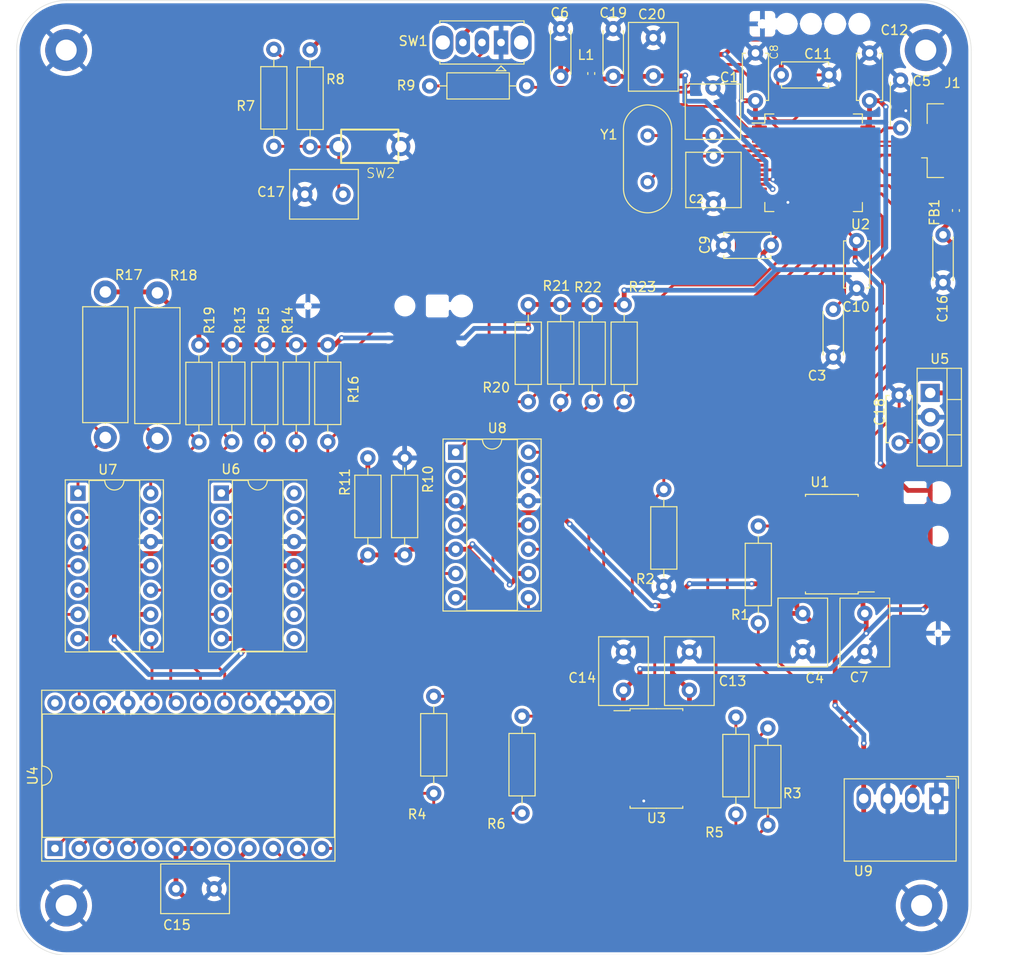
<source format=kicad_pcb>
(kicad_pcb (version 20221018) (generator pcbnew)
  (layers (0 "F.Cu" signal) (31 "B.Cu" signal) (34 "B.Paste" user) (35 "F.Paste" user) (36 "B.SilkS" user "B.Silkscreen") (37 "F.SilkS" user "F.Silkscreen") (38 "B.Mask" user) (39 "F.Mask" user) (44 "Edge.Cuts" user))
  (net 0 "")
  (net 1 "GND")
  (net 2 "Net-(U2-PH0)")
  (net 3 "Net-(U2-PH1)")
  (net 4 "Net-(U2-VCAP_1)")
  (net 5 "+15V")
  (net 6 "Net-(U2-VCAP_2)")
  (net 7 "+3V3")
  (net 8 "+5V")
  (net 9 "Net-(C17-Pad1)")
  (net 11 "+3.3VA")
  (net 13 "Net-(J1-VBUS)")
  (net 14 "USB_D-")
  (net 15 "USB_D+")
  (net 17 "unconnected-(J1-Shield-Pad6)")
  (net 20 "4040_RESET")
  (net 21 "STM_OUT_DBUS")
  (net 22 "4040_D3")
  (net 23 "4040_D2")
  (net 24 "4040_D1")
  (net 25 "4040_D0")
  (net 26 "Net-(U3-H)")
  (net 27 "STM_RESET")
  (net 28 "Net-(SW1-B)")
  (net 29 "STM_BOOT")
  (net 30 "+11V7")
  (net 31 "STM_IN_CMRAM0")
  (net 32 "STM_IN_CMRAM1")
  (net 33 "STM_IN_CMRAM2")
  (net 34 "STM_IN_CMRAM3")
  (net 35 "STM_IN_CMROM1")
  (net 36 "STM_IN_CMROM0")
  (net 37 "STM_IN_SYNC")
  (net 38 "STM_IN_D1")
  (net 39 "STM_IN_D0")
  (net 40 "STM_IN_D3")
  (net 41 "STM_IN_D2")
  (net 42 "STM_OUT_PH1")
  (net 43 "4040_PHI1")
  (net 44 "4040_PHI2")
  (net 45 "STM_OUT_PH2")
  (net 46 "STM_OUT_RESET")
  (net 52 "STM_OUT_D0")
  (net 53 "STM_OUT_D1")
  (net 54 "STM_OUT_D2")
  (net 55 "STM_OUT_D3")
  (net 73 "4040_SYNC")
  (net 74 "4040_CMRAM3")
  (net 75 "4040_CMRAM2")
  (net 76 "4040_CMRAM1")
  (net 77 "4040_CMRAM0")
  (net 78 "4040_CMROM1")
  (net 79 "4040_CMROM0")
  (net 83 "Net-(U3-F)")
  (net 84 "Net-(U3-E)")
  (net 87 "Net-(U3-G)")
  (net 88 "Net-(U1-G)")
  (footprint "Resistor_THT:R_Axial_DIN0207_L6.3mm_D2.5mm_P10.16mm_Horizontal" (layer "F.Cu") (at 72.55 86.07 -90)
    (fp_text reference "R13")
    (fp_text value "1k")
  )
  (footprint "Resistor_THT:R_Axial_DIN0207_L6.3mm_D2.5mm_P10.16mm_Horizontal" (layer "F.Cu") (at 113.65 81.87 -90)
    (fp_text reference "R23")
    (fp_text value "1k")
  )
  (footprint "Resistor_THT:R_Axial_DIN0207_L6.3mm_D2.5mm_P10.16mm_Horizontal" (layer "F.Cu") (at 117.8 111.38 90)
    (fp_text reference "R2")
    (fp_text value "10k")
  )
  (footprint "Package_SO:SO-16_5.3x10.2mm_P1.27mm" (layer "F.Cu") (at 117.025 129.4)
    (fp_text reference "U3")
    (fp_text value "CD40109B")
  )
  (footprint "Capacitor_THT:C_Disc_D4.7mm_W2.5mm_P5.00mm" (layer "F.Cu") (at 142.45 91.35 -90)
    (fp_text reference "C18")
    (fp_text value "10u")
  )
  (footprint "Inductor_SMD:L_0402_1005Metric_Pad0.77x0.64mm_HandSolder" (layer "F.Cu") (at 110.2 57.65 -90)
    (fp_text reference "L1")
    (fp_text value "27n")
  )
  (footprint "Package_DIP:DIP-14_W7.62mm_Socket" (layer "F.Cu") (at 56.4325 101.6075)
    (fp_text reference "U7")
    (fp_text value "LM339_DIP")
  )
  (footprint "Package_QFP:LQFP-64_10x10mm_P0.5mm" (layer "F.Cu") (at 133.491 67)
    (fp_text reference "U2")
    (fp_text value "STM32F415RGTx")
  )
  (footprint "Resistor_THT:R_Axial_DIN0207_L6.3mm_D2.5mm_P10.16mm_Horizontal" (layer "F.Cu") (at 127.7 115.21 90)
    (fp_text reference "R1")
    (fp_text value "10k")
  )
  (footprint "Resistor_THT:R_Axial_DIN0414_L11.9mm_D4.5mm_P15.24mm_Horizontal" (layer "F.Cu") (at 64.75 80.63 -90)
    (fp_text reference "R18")
    (fp_text value "1k")
  )
  (footprint "Resistor_THT:R_Axial_DIN0207_L6.3mm_D2.5mm_P10.16mm_Horizontal" (layer "F.Cu") (at 125.35 135.23 90)
    (fp_text reference "R5")
    (fp_text value "220")
  )
  (footprint "Capacitor_THT:C_Disc_D4.3mm_W1.9mm_P5.00mm" (layer "F.Cu") (at 142.6 58.35 -90)
    (fp_text reference "C5")
    (fp_text value "2u2")
  )
  (footprint "Mine library:C_Pillow_L5.6mm_W4mm_D5.6mm_P5.00mm" (layer "F.Cu") (at 123 71.3 90)
    (fp_text reference "C2")
    (fp_text value "30p")
  )
  (footprint "Mine library:C_Disc_D7mm_W5mm_P4.00mm" (layer "F.Cu") (at 70.7 143.05 180)
    (fp_text reference "C15")
    (fp_text value "100n")
  )
  (footprint "Resistor_THT:R_Axial_DIN0207_L6.3mm_D2.5mm_P10.16mm_Horizontal" (layer "F.Cu") (at 93.27 58.95)
    (fp_text reference "R9")
    (fp_text value "10k")
  )
  (footprint "Resistor_THT:R_Axial_DIN0207_L6.3mm_D2.5mm_P10.16mm_Horizontal" (layer "F.Cu") (at 107 81.84 -90)
    (fp_text reference "R21")
    (fp_text value "1k")
  )
  (footprint "Resistor_THT:R_Axial_DIN0207_L6.3mm_D2.5mm_P10.16mm_Horizontal" (layer "F.Cu") (at 79.3 86.07 -90)
    (fp_text reference "R14")
    (fp_text value "1k")
  )
  (footprint "Capacitor_THT:C_Disc_D4.7mm_W2.5mm_P5.00mm" (layer "F.Cu") (at 127.4 60.5 90)
    (fp_text reference "C8")
    (fp_text value "100n")
  )
  (footprint "Capacitor_THT:C_Disc_D4.7mm_W2.5mm_P5.00mm" (layer "F.Cu") (at 139.35 60.5 90)
    (fp_text reference "C11")
    (fp_text value "100n")
  )
  (footprint "Resistor_THT:R_Axial_DIN0207_L6.3mm_D2.5mm_P10.16mm_Horizontal" (layer "F.Cu") (at 69.1 86.09 -90)
    (fp_text reference "R19")
    (fp_text value "1k")
  )
  (footprint "Resistor_THT:R_Axial_DIN0207_L6.3mm_D2.5mm_P10.16mm_Horizontal" (layer "F.Cu") (at 90.65 108.08 90)
    (fp_text reference "R11")
    (fp_text value "4.3k")
  )
  (footprint "Capacitor_THT:C_Disc_D4.7mm_W2.5mm_P5.00mm" (layer "F.Cu") (at 130.1 57.8)
    (fp_text reference "C12")
    (fp_text value "100n")
  )
  (footprint "Mine library:C_Pillow_L5.6mm_W4mm_D5.6mm_P5.00mm" (layer "F.Cu") (at 122.95 59.15 -90)
    (fp_text reference "C1")
    (fp_text value "30p")
  )
  (footprint "Resistor_THT:R_Axial_DIN0207_L6.3mm_D2.5mm_P10.16mm_Horizontal" (layer "F.Cu") (at 102.95 135.13 90)
    (fp_text reference "R6")
    (fp_text value "220")
  )
  (footprint "Resistor_THT:R_Axial_DIN0207_L6.3mm_D2.5mm_P10.16mm_Horizontal" (layer "F.Cu") (at 110.3 81.87 -90)
    (fp_text reference "R22")
    (fp_text value "1k")
  )
  (footprint "Resistor_THT:R_Axial_DIN0207_L6.3mm_D2.5mm_P10.16mm_Horizontal" (layer "F.Cu") (at 86.8 97.92 -90)
    (fp_text reference "R10")
    (fp_text value "1.2k")
  )
  (footprint "Mine library:C_Disc_D7mm_W5mm_P4.00mm" (layer "F.Cu") (at 84.2 70.3 180)
    (fp_text reference "C17")
    (fp_text value "100n")
  )
  (footprint "Resistor_THT:R_Axial_DIN0207_L6.3mm_D2.5mm_P10.16mm_Horizontal" (layer "F.Cu") (at 128.7 136.38 90)
    (fp_text reference "R3")
    (fp_text value "220")
  )
  (footprint "Button_Switch_THT:SW_Slide_1P2T_CK_OS102011MS2Q" (layer "F.Cu") (at 100.75 54.4 180)
    (fp_text reference "SW1")
    (fp_text value "SW_SPDT")
  )
  (footprint "Resistor_THT:R_Axial_DIN0207_L6.3mm_D2.5mm_P10.16mm_Horizontal" (layer "F.Cu") (at 80.75 55.17 -90)
    (fp_text reference "R8")
    (fp_text value "10k")
  )
  (footprint "Connector_USB:USB_Micro-B_Amphenol_10104110_Horizontal" (layer "F.Cu") (at 147.05 64.684 90)
    (fp_text reference "J1")
    (fp_text value "USB_B_Micro")
  )
  (footprint "Package_DIP:DIP-14_W7.62mm_Socket" (layer "F.Cu") (at 71.45 101.6)
    (fp_text reference "U6")
    (fp_text value "LM339_DIP")
  )
  (footprint "Package_SO:SO-16_5.3x10.2mm_P1.27mm" (layer "F.Cu") (at 135.4 106.95 180)
    (fp_text reference "U1")
    (fp_text value "CD40109B")
  )
  (footprint "Resistor_THT:R_Axial_DIN0414_L11.9mm_D4.5mm_P15.24mm_Horizontal" (layer "F.Cu") (at 59.3 80.53 -90)
    (fp_text reference "R17")
    (fp_text value "1k")
  )
  (footprint "Package_DIP:DIP-14_W7.62mm_Socket" (layer "F.Cu") (at 96 97.325)
    (fp_text reference "U8")
    (fp_text value "LM339_DIP")
  )
  (footprint "Capacitor_THT:C_Disc_D4.3mm_W1.9mm_P5.00mm" (layer "F.Cu") (at 147.05 74.55 -90)
    (fp_text reference "C16")
    (fp_text value "1u")
  )
  (footprint "Capacitor_THT:C_Disc_D4.7mm_W2.5mm_P5.00mm" (layer "F.Cu") (at 138 75.15 -90)
    (fp_text reference "C10")
    (fp_text value "100n")
  )
  (footprint "Mine library:C_Disc_D7mm_W5mm_P4.00mm" (layer "F.Cu") (at 120.475 122.25 90)
    (fp_text reference "C13")
    (fp_text value "100n")
  )
  (footprint "MountingHole:MountingHole_2.2mm_M2_Pad" (layer "F.Cu") (at 55.2 55.2)
    (fp_text reference "H4")
    (fp_text value "MountingHole_Pad")
  )
  (footprint "Package_DIP:DIP-24_W15.24mm_Socket" (layer "F.Cu") (at 54.025 138.825 90)
    (fp_text reference "U4")
    (fp_text value "Intel_4040")
  )
  (footprint "MountingHole:MountingHole_2.2mm_M2_Pad" (layer "F.Cu") (at 144.8 144.8)
    (fp_text reference "H3")
    (fp_text value "MountingHole_Pad")
  )
  (footprint "Resistor_THT:R_Axial_DIN0207_L6.3mm_D2.5mm_P10.16mm_Horizontal" (layer "F.Cu") (at 76 86.07 -90)
    (fp_text reference "R15")
    (fp_text value "1k")
  )
  (footprint "Capacitor_THT:C_Disc_D4.3mm_W1.9mm_P5.00mm" (layer "F.Cu") (at 112.5 57.95 90)
    (fp_text reference "C19")
    (fp_text value "1u")
  )
  (footprint "Resistor_THT:R_Axial_DIN0207_L6.3mm_D2.5mm_P10.16mm_Horizontal" (layer "F.Cu") (at 103.6 81.87 -90)
    (fp_text reference "R20")
    (fp_text value "1k")
  )
  (footprint "Inductor_SMD:L_0402_1005Metric_Pad0.77x0.64mm_HandSolder" (layer "F.Cu") (at 148.4 72 90)
    (fp_text reference "FB1")
    (fp_text value "Ferrite_Bead")
  )
  (footprint "Resistor_THT:R_Axial_DIN0207_L6.3mm_D2.5mm_P10.16mm_Horizontal" (layer "F.Cu") (at 76.95 65.28 90)
    (fp_text reference "R7")
    (fp_text value "220")
  )
  (footprint "Capacitor_THT:C_Disc_D4.3mm_W1.9mm_P5.00mm" (layer "F.Cu") (at 107 52.95 -90)
    (fp_text reference "C6")
    (fp_text value "4u7")
  )
  (footprint "Mine library:C_Disc_D7mm_W5mm_P4.00mm" (layer "F.Cu") (at 116.7 57.9 90)
    (fp_text reference "C20")
    (fp_text value "100n")
  )
  (footprint "MountingHole:MountingHole_2.2mm_M2_Pad" (layer "F.Cu") (at 55.2 144.8)
    (fp_text reference "H1")
    (fp_text value "MountingHole_Pad")
  )
  (footprint "Capacitor_THT:C_Disc_D4.3mm_W1.9mm_P5.00mm" (layer "F.Cu") (at 135.55 87.35 90)
    (fp_text reference "C3")
    (fp_text value "2u2")
  )
  (footprint "Mine library:SW_Tact_TS3601" (layer "F.Cu") (at 87 65.3)
    (fp_text reference "SW2")
    (fp_text value "RESET")
  )
  (footprint "Mine library:C_Disc_D7mm_W5mm_P4.00mm" (layer "F.Cu") (at 138.855 118.205 90)
    (fp_text reference "C7")
    (fp_text value "100n")
  )
  (footprint "Resistor_THT:R_Axial_DIN0207_L6.3mm_D2.5mm_P10.16mm_Horizontal" (layer "F.Cu") (at 93.7 133.05 90)
    (fp_text reference "R4")
    (fp_text value "220")
  )
  (footprint "Converter_DCDC:Converter_DCDC_RECOM_R-78S-0.1_THT" (layer "F.Cu") (at 146.3575 133.5925 180)
    (fp_text reference "U9")
    (fp_text value "RI-0515S")
  )
  (footprint "Mine library:C_Disc_D7mm_W5mm_P4.00mm" (layer "F.Cu") (at 132.355 114.205 -90)
    (fp_text reference "C4")
    (fp_text value "100n")
  )
  (footprint "Mine library:C_Disc_D7mm_W5mm_P4.00mm" (layer "F.Cu") (at 113.575 118.25 -90)
    (fp_text reference "C14")
    (fp_text value "100n")
  )
  (footprint "Capacitor_THT:C_Disc_D4.7mm_W2.5mm_P5.00mm" (layer "F.Cu") (at 129.05 75.65 180)
    (fp_text reference "C9")
    (fp_text value "100n")
  )
  (footprint "Package_TO_SOT_THT:TO-220-3_Vertical" (layer "F.Cu") (at 145.705 91.11 -90)
    (fp_text reference "U5")
    (fp_text value "LM2937xT")
  )
  (footprint "MountingHole:MountingHole_2.2mm_M2_Pad" (layer "F.Cu") (at 145.241 55.2)
    (fp_text reference "H2")
    (fp_text value "MountingHole_Pad")
  )
  (footprint "Crystal:Crystal_HC49-U_Vertical" (layer "F.Cu") (at 116.1 64.15 -90)
    (fp_text reference "Y1")
    (fp_text value "16Mhz")
  )
  (footprint "Resistor_THT:R_Axial_DIN0207_L6.3mm_D2.5mm_P10.16mm_Horizontal" (layer "F.Cu") (at 82.6 86.07 -90)
    (fp_text reference "R16")
    (fp_text value "1k")
  )
  (gr_arc (start 55.2 150) (mid 51.523045 148.476955) (end 50 144.8) (stroke (width 0.05)) (layer "Edge.Cuts"))
  (gr_line (start 150 55.2) (end 150 144.8) (stroke (width 0.05)) (layer "Edge.Cuts"))
  (gr_arc (start 50 55.2) (mid 51.523045 51.523045) (end 55.2 50) (stroke (width 0.05)) (layer "Edge.Cuts"))
  (gr_line (start 50 55.2) (end 50 144.8) (stroke (width 0.05)) (layer "Edge.Cuts"))
  (gr_line (start 144.8 150) (end 55.2 150) (stroke (width 0.05)) (layer "Edge.Cuts"))
  (gr_line (start 144.8 50) (end 55.2 50) (stroke (width 0.05)) (layer "Edge.Cuts"))
  (gr_arc (start 144.8 50) (mid 148.476955 51.523045) (end 150 55.2) (stroke (width 0.05)) (layer "Edge.Cuts"))
  (gr_arc (start 150 144.8) (mid 148.476955 148.476955) (end 144.8 150) (stroke (width 0.05)) (layer "Edge.Cuts"))
  (segment (start 143.15 61.55) (end 143.666 61.55) (width 0.3) (layer "F.Cu") (net 1))
  (segment (start 130.241 72.675) (end 130.241 71.709) (width 0.3) (layer "F.Cu") (net 1))
  (segment (start 115.7 133.85) (end 113.5675 133.85) (width 0.3) (layer "F.Cu") (net 1))
  (segment (start 142.45 92.9) (end 142.45 91.35) (width 0.3) (layer "F.Cu") (net 1))
  (segment (start 130.241 61.325) (end 130.241 60.448959) (width 0.3) (layer "F.Cu") (net 1))
  (segment (start 132.889959 57.8) (end 135.1 57.8) (width 0.3) (layer "F.Cu") (net 1))
  (segment (start 113.5675 133.85) (end 113.5625 133.845) (width 0.3) (layer "F.Cu") (net 1))
  (segment (start 138.8625 96.4875) (end 142.45 92.9) (width 0.3) (layer "F.Cu") (net 1))
  (segment (start 130.241 60.448959) (end 132.889959 57.8) (width 0.3) (layer "F.Cu") (net 1))
  (segment (start 138.8625 102.505) (end 138.8625 96.4875) (width 0.3) (layer "F.Cu") (net 1))
  (segment (start 130.241 71.709) (end 130.8 71.15) (width 0.3) (layer "F.Cu") (net 1))
  (segment (start 127.816 68.75) (end 129.25 68.75) (width 0.3) (layer "F.Cu") (net 1))
  (segment (start 143.666 61.55) (end 145.5 63.384) (width 0.3) (layer "F.Cu") (net 1))
  (via (at 143.15 61.55) (size 0.6) (drill 0.3) (layers "F.Cu" "B.Cu") (net 1))
  (via (at 115.7 133.85) (size 0.6) (drill 0.3) (layers "F.Cu" "B.Cu") (net 1))
  (via (at 130.8 71.15) (size 0.6) (drill 0.3) (layers "F.Cu" "B.Cu") (net 1))
  (via (at 129.25 68.75) (size 0.6) (drill 0.3) (layers "F.Cu" "B.Cu") (net 1))
  (segment (start 124.75 64.15) (end 122.95 64.15) (width 0.3) (layer "F.Cu") (net 2))
  (segment (start 125.85 65.25) (end 124.75 64.15) (width 0.3) (layer "F.Cu") (net 2))
  (segment (start 127.816 65.25) (end 125.85 65.25) (width 0.3) (layer "F.Cu") (net 2))
  (segment (start 122.95 64.15) (end 116.1 64.15) (width 0.3) (layer "F.Cu") (net 2))
  (segment (start 126.1 65.75) (end 125.55 66.3) (width 0.3) (layer "F.Cu") (net 3))
  (segment (start 116.1 69.03) (end 118.83 66.3) (width 0.3) (layer "F.Cu") (net 3))
  (segment (start 125.55 66.3) (end 123 66.3) (width 0.3) (layer "F.Cu") (net 3))
  (segment (start 127.816 65.75) (end 126.1 65.75) (width 0.3) (layer "F.Cu") (net 3))
  (segment (start 118.83 66.3) (end 123 66.3) (width 0.3) (layer "F.Cu") (net 3))
  (segment (start 136.741 72.675) (end 136.741 81.159) (width 0.3) (layer "F.Cu") (net 4))
  (segment (start 136.741 81.159) (end 135.55 82.35) (width 0.3) (layer "F.Cu") (net 4))
  (segment (start 132.355 114.205) (end 130.705 114.205) (width 0.5) (layer "F.Cu") (net 5))
  (segment (start 71.45 106.68) (end 74.58 106.68) (width 0.5) (layer "F.Cu") (net 5))
  (segment (start 66.7 143.05) (end 66.7 141.05) (width 0.5) (layer "F.Cu") (net 5))
  (segment (start 74.58 106.68) (end 75.83 107.93) (width 0.5) (layer "F.Cu") (net 5))
  (segment (start 127.7 148.5) (end 72.15 148.5) (width 0.5) (layer "F.Cu") (net 5))
  (segment (start 97.25 103.655) (end 106.755 103.655) (width 0.5) (layer "F.Cu") (net 5))
  (segment (start 120.5 111.1) (end 118.7 112.9) (width 0.5) (layer "F.Cu") (net 5))
  (segment (start 66.725 138.825) (end 69.265 138.825) (width 0.5) (layer "F.Cu") (net 5))
  (segment (start 138.7375 133.5925) (end 138.7375 137.4625) (width 0.5) (layer "F.Cu") (net 5))
  (segment (start 72.15 148.5) (end 66.7 143.05) (width 0.5) (layer "F.Cu") (net 5))
  (segment (start 87.395 102.405) (end 96 102.405) (width 0.5) (layer "F.Cu") (net 5))
  (segment (start 67.57 106.68) (end 71.45 106.68) (width 0.5) (layer "F.Cu") (net 5))
  (segment (start 138.7375 127.8125) (end 138.75 127.8) (width 0.5) (layer "F.Cu") (net 5))
  (segment (start 135.75 123.85) (end 135.75 117.6) (width 0.5) (layer "F.Cu") (net 5))
  (segment (start 120.4875 122.2625) (end 120.475 122.25) (width 0.5) (layer "F.Cu") (net 5))
  (segment (start 74.345 138.825) (end 72.12 141.05) (width 0.5) (layer "F.Cu") (net 5))
  (segment (start 57.6825 107.9375) (end 66.3125 107.9375) (width 0.5) (layer "F.Cu") (net 5))
  (segment (start 131.7375 111.295) (end 131.7375 113.6875) (width 0.5) (layer "F.Cu") (net 5))
  (segment (start 130.705 114.205) (end 127.6 111.1) (width 0.5) (layer "F.Cu") (net 5))
  (segment (start 86.8 103) (end 87.395 102.405) (width 0.5) (layer "F.Cu") (net 5))
  (segment (start 81.87 107.93) (end 86.8 103) (width 0.5) (layer "F.Cu") (net 5))
  (segment (start 118.65 113.4) (end 118.7 113.45) (width 0.5) (layer "F.Cu") (net 5))
  (segment (start 96 102.405) (end 97.25 103.655) (width 0.5) (layer "F.Cu") (net 5))
  (segment (start 86.8 103) (end 86.8 97.92) (width 0.5) (layer "F.Cu") (net 5))
  (segment (start 118.7 113.45) (end 118.7 120.475) (width 0.5) (layer "F.Cu") (net 5))
  (segment (start 118.7 120.475) (end 120.475 122.25) (width 0.5) (layer "F.Cu") (net 5))
  (segment (start 120.4875 124.955) (end 120.4875 122.2625) (width 0.5) (layer "F.Cu") (net 5))
  (segment (start 66.3125 107.9375) (end 67.57 106.68) (width 0.5) (layer "F.Cu") (net 5))
  (segment (start 131.7375 113.6875) (end 132.155 114.105) (width 0.5) (layer "F.Cu") (net 5))
  (segment (start 66.7 141.05) (end 66.7 138.85) (width 0.5) (layer "F.Cu") (net 5))
  (segment (start 106.755 103.655) (end 107.95 104.85) (width 0.5) (layer "F.Cu") (net 5))
  (segment (start 75.83 107.93) (end 81.87 107.93) (width 0.5) (layer "F.Cu") (net 5))
  (segment (start 127.6 111.1) (end 127 111.1) (width 0.5) (layer "F.Cu") (net 5))
  (segment (start 56.4325 106.6875) (end 57.6825 107.9375) (width 0.5) (layer "F.Cu") (net 5))
  (segment (start 66.7 138.85) (end 66.725 138.825) (width 0.5) (layer "F.Cu") (net 5))
  (segment (start 118.7 112.9) (end 118.7 113.45) (width 0.5) (layer "F.Cu") (net 5))
  (segment (start 138.7375 137.4625) (end 127.7 148.5) (width 0.5) (layer "F.Cu") (net 5))
  (segment (start 116.9 113.4) (end 118.65 113.4) (width 0.5) (layer "F.Cu") (net 5))
  (segment (start 135.75 117.6) (end 132.355 114.205) (width 0.5) (layer "F.Cu") (net 5))
  (segment (start 138.7375 133.5925) (end 138.7375 127.8125) (width 0.5) (layer "F.Cu") (net 5))
  (segment (start 72.12 141.05) (end 66.7 141.05) (width 0.5) (layer "F.Cu") (net 5))
  (via (at 116.9 113.4) (size 0.6) (drill 0.3) (layers "F.Cu" "B.Cu") (net 5))
  (via (at 107.95 104.85) (size 0.6) (drill 0.3) (layers "F.Cu" "B.Cu") (net 5))
  (via (at 127 111.1) (size 0.6) (drill 0.3) (layers "F.Cu" "B.Cu") (net 5))
  (via (at 138.75 127.8) (size 0.6) (drill 0.3) (layers "F.Cu" "B.Cu") (net 5))
  (via (at 135.75 123.85) (size 0.6) (drill 0.3) (layers "F.Cu" "B.Cu") (net 5))
  (via (at 120.5 111.1) (size 0.6) (drill 0.3) (layers "F.Cu" "B.Cu") (net 5))
  (segment (start 107.95 104.85) (end 116.5 113.4) (width 0.5) (layer "B.Cu") (net 5))
  (segment (start 127 111.1) (end 120.5 111.1) (width 0.5) (layer "B.Cu") (net 5))
  (segment (start 135.75 123.9) (end 135.75 123.85) (width 0.5) (layer "B.Cu") (net 5))
  (segment (start 138.75 127.8) (end 138.75 126.9) (width 0.5) (layer "B.Cu") (net 5))
  (segment (start 138.75 126.9) (end 135.75 123.9) (width 0.5) (layer "B.Cu") (net 5))
  (segment (start 116.5 113.4) (end 116.9 113.4) (width 0.5) (layer "B.Cu") (net 5))
  (segment (start 140.95 63.35) (end 140.55 63.75) (width 0.3) (layer "F.Cu") (net 6))
  (segment (start 142.6 63.35) (end 140.95 63.35) (width 0.3) (layer "F.Cu") (net 6))
  (segment (start 140.55 63.75) (end 139.166 63.75) (width 0.3) (layer "F.Cu") (net 6))
  (segment (start 134.15 107.75) (end 136.525 110.125) (width 0.3) (layer "F.Cu") (net 7))
  (segment (start 113.65 81.87) (end 110.3 81.87) (width 0.5) (layer "F.Cu") (net 7))
  (segment (start 145.705 113.045) (end 144.95 113.8) (width 0.5) (layer "F.Cu") (net 7))
  (segment (start 96.65 54.95) (end 96.65 53.8025) (width 0.3) (layer "F.Cu") (net 7))
  (segment (start 138.6625 111.295) (end 138.6625 114.0975) (width 0.5) (layer "F.Cu") (net 7))
  (segment (start 105.1 54.3) (end 105.1 52.8) (width 0.5) (layer "F.Cu") (net 7))
  (segment (start 113.5625 122.2625) (end 113.575 122.25) (width 0.5) (layer "F.Cu") (net 7))
  (segment (start 72.53 86.09) (end 72.55 86.07) (width 0.5) (layer "F.Cu") (net 7))
  (segment (start 133.205 102.505) (end 134.15 103.45) (width 0.3) (layer "F.Cu") (net 7))
  (segment (start 139.35 62.966) (end 139.166 63.15) (width 0.5) (layer "F.Cu") (net 7))
  (segment (start 107.8725 57.0775) (end 110.2 57.0775) (width 0.5) (layer "F.Cu") (net 7))
  (segment (start 107.03 81.87) (end 107 81.84) (width 0.5) (layer "F.Cu") (net 7))
  (segment (start 142.61 96.19) (end 142.45 96.35) (width 0.5) (layer "F.Cu") (net 7))
  (segment (start 127.4 62.734) (end 127.816 63.15) (width 0.5) (layer "F.Cu") (net 7))
  (segment (start 110.3 81.87) (end 107.03 81.87) (width 0.5) (layer "F.Cu") (net 7))
  (segment (start 82.6 86.07) (end 83.33 86.07) (width 0.5) (layer "F.Cu") (net 7))
  (segment (start 69.1 86.09) (end 72.53 86.09) (width 0.5) (layer "F.Cu") (net 7))
  (segment (start 107 56.2) (end 105.1 54.3) (width 0.5) (layer "F.Cu") (net 7))
  (segment (start 103.9 51.6) (end 98.8 51.6) (width 0.5) (layer "F.Cu") (net 7))
  (segment (start 107 81.84) (end 103.63 81.84) (width 0.5) (layer "F.Cu") (net 7))
  (segment (start 115.3 120.525) (end 113.575 122.25) (width 0.5) (layer "F.Cu") (net 7))
  (segment (start 105.1 52.8) (end 103.9 51.6) (width 0.5) (layer "F.Cu") (net 7))
  (segment (start 107 57.95) (end 107 56.2) (width 0.5) (layer "F.Cu") (net 7))
  (segment (start 134.15 103.45) (end 134.15 107.75) (width 0.3) (layer "F.Cu") (net 7))
  (segment (start 140.5 98.45) (end 143.3706 101.3206) (width 0.5) (layer "F.Cu") (net 7))
  (segment (start 138.8625 103.775) (end 144.419 103.775) (width 0.5) (layer "F.Cu") (net 7))
  (segment (start 127.4 60.5) (end 127.4 62.734) (width 0.5) (layer "F.Cu") (net 7))
  (segment (start 115.3 120) (end 115.3 120.525) (width 0.5) (layer "F.Cu") (net 7))
  (segment (start 139 116.3) (end 139 114.35) (width 0.5) (layer "F.Cu") (net 7))
  (segment (start 80.75 55.17) (end 84.32 51.6) (width 0.5) (layer "F.Cu") (net 7))
  (segment (start 124.2 55.65) (end 111.6275 55.65) (width 0.5) (layer "F.Cu") (net 7))
  (segment (start 129.741 58.159) (end 130.1 57.8) (width 0.3) (layer "F.Cu") (net 7))
  (segment (start 111.6275 55.65) (end 110.2 57.0775) (width 0.5) (layer "F.Cu") (net 7))
  (segment (start 84.32 51.6) (end 98.8 51.6) (width 0.5) (layer "F.Cu") (net 7))
  (segment (start 139.35 60.5) (end 139.35 62.966) (width 0.5) (layer "F.Cu") (net 7))
  (segment (start 136.525 110.125) (end 138.8625 110.125) (width 0.3) (layer "F.Cu") (net 7))
  (segment (start 128.2 76.5) (end 129.05 75.65) (width 0.5) (layer "F.Cu") (net 7))
  (segment (start 96.75 55.00061) (end 96.75 54.4) (width 0.3) (layer "F.Cu") (net 7))
  (segment (start 103.6 81.87) (end 103.6 84.35) (width 0.5) (layer "F.Cu") (net 7))
  (segment (start 144.419 103.775) (end 145.705 102.489) (width 0.5) (layer "F.Cu") (net 7))
  (segment (start 145.705 101.3206) (end 145.705 102.489) (width 0.5) (layer "F.Cu") (net 7))
  (segment (start 131.9375 102.505) (end 133.205 102.505) (width 0.3) (layer "F.Cu") (net 7))
  (segment (start 72.55 86.07) (end 76 86.07) (width 0.5) (layer "F.Cu") (net 7))
  (segment (start 129.741 61.325) (end 129.741 58.159) (width 0.3) (layer "F.Cu") (net 7))
  (segment (start 139 114.35) (end 138.855 114.205) (width 0.5) (layer "F.Cu") (net 7))
  (segment (start 130.1 57.8) (end 130.1 54.05) (width 0.5) (layer "F.Cu") (net 7))
  (segment (start 137.85 75.3) (end 138 75.15) (width 0.5) (layer "F.Cu") (net 7))
  (segment (start 98.8 51.6) (end 96.75 53.65) (width 0.5) (layer "F.Cu") (net 7))
  (segment (start 130.1 54.05) (end 125.8 54.05) (width 0.5) (layer "F.Cu") (net 7))
  (segment (start 125.8 54.05) (end 124.2 55.65) (width 0.5) (layer "F.Cu") (net 7))
  (segment (start 138.6625 111.295) (end 138.6625 110.025) (width 0.5) (layer "F.Cu") (net 7))
  (segment (start 128.2 76.9) (end 128.2 76.5) (width 0.5) (layer "F.Cu") (net 7))
  (segment (start 130.741 73.551041) (end 130.741 72.675) (width 0.3) (layer "F.Cu") (net 7))
  (segment (start 76 86.07) (end 79.3 86.07) (width 0.5) (layer "F.Cu") (net 7))
  (segment (start 137.85 77.3) (end 137.85 75.3) (width 0.5) (layer "F.Cu") (net 7))
  (segment (start 79.3 86.07) (end 82.6 86.07) (width 0.5) (layer "F.Cu") (net 7))
  (segment (start 137.241 74.391) (end 137.241 72.675) (width 0.3) (layer "F.Cu") (net 7))
  (segment (start 145.705 102.489) (end 145.705 113.045) (width 0.5) (layer "F.Cu") (net 7))
  (segment (start 145.705 96.19) (end 142.61 96.19) (width 0.5) (layer "F.Cu") (net 7))
  (segment (start 69.1 84.98) (end 69.1 86.09) (width 0.5) (layer "F.Cu") (net 7))
  (segment (start 127.4 60.5) (end 125.95 60.5) (width 0.5) (layer "F.Cu") (net 7))
  (segment (start 143.3706 101.3206) (end 145.705 101.3206) (width 0.5) (layer "F.Cu") (net 7))
  (segment (start 145.705 96.19) (end 145.705 101.3206) (width 0.5) (layer "F.Cu") (net 7))
  (segment (start 129.05 75.65) (end 129.05 75.242041) (width 0.3) (layer "F.Cu") (net 7))
  (segment (start 83.33 86.07) (end 84.05 85.35) (width 0.5) (layer "F.Cu") (net 7))
  (segment (start 113.5625 124.955) (end 113.5625 122.2625) (width 0.5) (layer "F.Cu") (net 7))
  (segment (start 113.65 80.35) (end 113.65 81.87) (width 0.5) (layer "F.Cu") (net 7))
  (segment (start 138 75.15) (end 137.241 74.391) (width 0.3) (layer "F.Cu") (net 7))
  (segment (start 138.75 111.3825) (end 138.6625 111.295) (width 0.5) (layer "F.Cu") (net 7))
  (segment (start 140.4 60.5) (end 141.05 61.15) (width 0.5) (layer "F.Cu") (net 7))
  (segment (start 107 57.95) (end 107.8725 57.0775) (width 0.5) (layer "F.Cu") (net 7))
  (segment (start 64.75 80.63) (end 69.1 84.98) (width 0.5) (layer "F.Cu") (net 7))
  (segment (start 139.35 60.5) (end 140.4 60.5) (width 0.5) (layer "F.Cu") (net 7))
  (segment (start 103.63 81.84) (end 103.6 81.87) (width 0.5) (layer "F.Cu") (net 7))
  (segment (start 96.75 53.65) (end 96.75 54.4) (width 0.5) (layer "F.Cu") (net 7))
  (segment (start 59.3 80.53) (end 64.65 80.53) (width 0.5) (layer "F.Cu") (net 7))
  (segment (start 129.05 75.242041) (end 130.741 73.551041) (width 0.3) (layer "F.Cu") (net 7))
  (via (at 128.2 76.9) (size 0.6) (drill 0.3) (layers "F.Cu" "B.Cu") (net 7))
  (via (at 115.3 120) (size 0.6) (drill 0.3) (layers "F.Cu" "B.Cu") (net 7))
  (via (at 125.95 60.5) (size 0.6) (drill 0.3) (layers "F.Cu" "B.Cu") (net 7))
  (via (at 103.6 84.35) (size 0.6) (drill 0.3) (layers "F.Cu" "B.Cu") (net 7))
  (via (at 84.05 85.35) (size 0.6) (drill 0.3) (layers "F.Cu" "B.Cu") (net 7))
  (via (at 144.95 113.8) (size 0.6) (drill 0.3) (layers "F.Cu" "B.Cu") (net 7))
  (via (at 113.65 80.35) (size 0.6) (drill 0.3) (layers "F.Cu" "B.Cu") (net 7))
  (via (at 124.2 55.65) (size 0.6) (drill 0.3) (layers "F.Cu" "B.Cu") (net 7))
  (via (at 137.85 77.3) (size 0.6) (drill 0.3) (layers "F.Cu" "B.Cu") (net 7))
  (via (at 140.5 98.45) (size 0.6) (drill 0.3) (layers "F.Cu" "B.Cu") (net 7))
  (via (at 141.05 61.15) (size 0.6) (drill 0.3) (layers "F.Cu" "B.Cu") (net 7))
  (via (at 139 116.3) (size 0.6) (drill 0.3) (layers "F.Cu" "B.Cu") (net 7))
  (segment (start 138.75 78.2) (end 129.5 78.2) (width 0.5) (layer "B.Cu") (net 7))
  (segment (start 97.95 84.35) (end 103.6 84.35) (width 0.5) (layer "B.Cu") (net 7))
  (segment (start 125.95 57.4) (end 124.2 55.65) (width 0.5) (layer "B.Cu") (net 7))
  (segment (start 127.35 80.35) (end 113.65 80.35) (width 0.5) (layer "B.Cu") (net 7))
  (segment (start 125.95 61.95) (end 125.95 60.5) (width 0.5) (layer "B.Cu") (net 7))
  (segment (start 138.75 78.2) (end 137.85 77.3) (width 0.5) (layer "B.Cu") (net 7))
  (segment (start 139.45 115.85) (end 139.442233 115.85) (width 0.5) (layer "B.Cu") (net 7))
  (segment (start 96.95 85.35) (end 97.95 84.35) (width 0.5) (layer "B.Cu") (net 7))
  (segment (start 84.05 85.35) (end 96.95 85.35) (width 0.5) (layer "B.Cu") (net 7))
  (segment (start 135.292233 120) (end 115.3 120) (width 0.5) (layer "B.Cu") (net 7))
  (segment (start 140.5 79.95) (end 138.75 78.2) (width 0.5) (layer "B.Cu") (net 7))
  (segment (start 139.45 115.85) (end 139 116.3) (width 0.5) (layer "B.Cu") (net 7))
  (segment (start 129.5 78.2) (end 127.35 80.35) (width 0.5) (layer "B.Cu") (net 7))
  (segment (start 141.05 62.75) (end 141.05 75.9) (width 0.5) (layer "B.Cu") (net 7))
  (segment (start 138.75 78.2) (end 141.05 75.9) (width 0.5) (layer "B.Cu") (net 7))
  (segment (start 140.5 98.45) (end 140.5 79.95) (width 0.5) (layer "B.Cu") (net 7))
  (segment (start 144.95 113.8) (end 141.5 113.8) (width 0.5) (layer "B.Cu") (net 7))
  (segment (start 141.5 113.8) (end 139.45 115.85) (width 0.5) (layer "B.Cu") (net 7))
  (segment (start 125.95 60.5) (end 125.95 57.4) (width 0.5) (layer "B.Cu") (net 7))
  (segment (start 126.75 62.75) (end 125.95 61.95) (width 0.5) (layer "B.Cu") (net 7))
  (segment (start 141.05 61.15) (end 141.05 62.75) (width 0.5) (layer "B.Cu") (net 7))
  (segment (start 139.442233 115.85) (end 135.292233 120) (width 0.5) (layer "B.Cu") (net 7))
  (segment (start 129.5 78.2) (end 128.2 76.9) (width 0.5) (layer "B.Cu") (net 7))
  (segment (start 141.05 62.75) (end 126.75 62.75) (width 0.5) (layer "B.Cu") (net 7))
  (segment (start 148.7 127.6) (end 148.7 89.9) (width 0.5) (layer "F.Cu") (net 8))
  (segment (start 148.7 76.2) (end 147.05 74.55) (width 0.5) (layer "F.Cu") (net 8))
  (segment (start 143.8175 132.4825) (end 148.7 127.6) (width 0.5) (layer "F.Cu") (net 8))
  (segment (start 148.7 89.9) (end 148.7 76.2) (width 0.5) (layer "F.Cu") (net 8))
  (segment (start 147.05 74.55) (end 147.05 73.9225) (width 0.5) (layer "F.Cu") (net 8))
  (segment (start 147.05 73.9225) (end 148.4 72.5725) (width 0.5) (layer "F.Cu") (net 8))
  (segment (start 147.49 91.11) (end 148.7 89.9) (width 0.5) (layer "F.Cu") (net 8))
  (segment (start 143.8175 133.5925) (end 143.8175 132.4825) (width 0.5) (layer "F.Cu") (net 8))
  (segment (start 145.705 91.11) (end 147.49 91.11) (width 0.5) (layer "F.Cu") (net 8))
  (segment (start 80.75 65.33) (end 83.72 65.33) (width 0.3) (layer "F.Cu") (net 9))
  (segment (start 83.75 69.85) (end 84.2 70.3) (width 0.3) (layer "F.Cu") (net 9))
  (segment (start 76.95 65.28) (end 80.7 65.28) (width 0.3) (layer "F.Cu") (net 9))
  (segment (start 80.7 65.28) (end 80.75 65.33) (width 0.3) (layer "F.Cu") (net 9))
  (segment (start 83.75 65.3) (end 83.75 69.85) (width 0.3) (layer "F.Cu") (net 9))
  (segment (start 83.72 65.33) (end 83.75 65.3) (width 0.3) (layer "F.Cu") (net 9))
  (segment (start 112.4275 58.4225) (end 112.45 58.4) (width 0.3) (layer "F.Cu") (net 11))
  (segment (start 116.7 57.9) (end 120 57.9) (width 0.5) (layer "F.Cu") (net 11))
  (segment (start 112.5 57.95) (end 116.65 57.95) (width 0.5) (layer "F.Cu") (net 11))
  (segment (start 129.2 69.760661) (end 129.2 69.75) (width 0.3) (layer "F.Cu") (net 11))
  (segment (start 120 57.9) (end 120.05 57.85) (width 0.5) (layer "F.Cu") (net 11))
  (segment (start 110.2 58.2225) (end 112.2275 58.2225) (width 0.5) (layer "F.Cu") (net 11))
  (segment (start 129.2 69.75) (end 128.7 69.25) (width 0.3) (layer "F.Cu") (net 11))
  (segment (start 112.2275 58.2225) (end 112.5 57.95) (width 0.5) (layer "F.Cu") (net 11))
  (segment (start 116.65 57.95) (end 116.7 57.9) (width 0.5) (layer "F.Cu") (net 11))
  (segment (start 128.7 69.25) (end 127.816 69.25) (width 0.3) (layer "F.Cu") (net 11))
  (via (at 129.2 69.760661) (size 0.6) (drill 0.3) (layers "F.Cu" "B.Cu") (net 11))
  (via (at 120.05 57.85) (size 0.6) (drill 0.3) (layers "F.Cu" "B.Cu") (net 11))
  (segment (start 119.990734 57.909266) (end 120.05 57.85) (width 0.5) (layer "B.Cu") (net 11))
  (segment (start 122.151395 60.551395) (end 128.5 66.9) (width 0.5) (layer "B.Cu") (net 11))
  (segment (start 128.5 66.9) (end 128.5 69.060661) (width 0.5) (layer "B.Cu") (net 11))
  (segment (start 119.990734 60.551395) (end 119.990734 57.909266) (width 0.5) (layer "B.Cu") (net 11))
  (segment (start 119.990734 60.551395) (end 122.151395 60.551395) (width 0.5) (layer "B.Cu") (net 11))
  (segment (start 128.5 69.060661) (end 129.2 69.760661) (width 0.5) (layer "B.Cu") (net 11))
  (segment (start 146.4 67.85) (end 145.5 66.95) (width 0.5) (layer "F.Cu") (net 13))
  (segment (start 146.4 70.1) (end 146.4 67.85) (width 0.5) (layer "F.Cu") (net 13))
  (segment (start 145.5 66.95) (end 145.5 65.984) (width 0.5) (layer "F.Cu") (net 13))
  (segment (start 147.7275 71.4275) (end 146.4 70.1) (width 0.5) (layer "F.Cu") (net 13))
  (segment (start 148.4 71.4275) (end 147.7275 71.4275) (width 0.5) (layer "F.Cu") (net 13))
  (segment (start 144.349999 65.234) (end 139.182 65.234) (width 0.2) (layer "F.Cu") (net 14))
  (segment (start 144.449999 65.334) (end 144.349999 65.234) (width 0.2) (layer "F.Cu") (net 14))
  (segment (start 139.182 65.234) (end 139.166 65.25) (width 0.2) (layer "F.Cu") (net 14))
  (segment (start 145.5 65.334) (end 144.449999 65.334) (width 0.2) (layer "F.Cu") (net 14))
  (segment (start 144.349999 64.784) (end 139.2 64.784) (width 0.2) (layer "F.Cu") (net 15))
  (segment (start 144.449999 64.684) (end 144.349999 64.784) (width 0.2) (layer "F.Cu") (net 15))
  (segment (start 139.2 64.784) (end 139.166 64.75) (width 0.2) (layer "F.Cu") (net 15))
  (segment (start 145.5 64.684) (end 144.449999 64.684) (width 0.2) (layer "F.Cu") (net 15))
  (segment (start 148.35 68.434) (end 148.35 60.934) (width 0.5) (layer "F.Cu") (net 17))
  (segment (start 127.7 117.15) (end 132.45 121.9) (width 0.3) (layer "F.Cu") (net 20))
  (segment (start 85.165 138.825) (end 81.965 138.825) (width 0.3) (layer "F.Cu") (net 20))
  (segment (start 132.45 136.3) (end 124.8 143.95) (width 0.3) (layer "F.Cu") (net 20))
  (segment (start 90.29 143.95) (end 85.165 138.825) (width 0.3) (layer "F.Cu") (net 20))
  (segment (start 132.45 121.9) (end 132.45 136.3) (width 0.3) (layer "F.Cu") (net 20))
  (segment (start 127.7 115.21) (end 127.7 117.15) (width 0.3) (layer "F.Cu") (net 20))
  (segment (start 124.8 143.95) (end 90.29 143.95) (width 0.3) (layer "F.Cu") (net 20))
  (segment (start 118.2 126.225) (end 116.85 127.575) (width 0.3) (layer "F.Cu") (net 21))
  (segment (start 120.4875 126.225) (end 118.2 126.225) (width 0.3) (layer "F.Cu") (net 21))
  (segment (start 139.45 80.9) (end 136 84.35) (width 0.3) (layer "F.Cu") (net 21))
  (segment (start 136 84.35) (end 133.5 84.35) (width 0.3) (layer "F.Cu") (net 21))
  (segment (start 120.4 97.45) (end 120.4 97.47) (width 0.3) (layer "F.Cu") (net 21))
  (segment (start 114.5 104.52) (end 114.5 113.8) (width 0.3) (layer "F.Cu") (net 21))
  (segment (start 116.85 127.575) (end 116.85 132.575) (width 0.3) (layer "F.Cu") (net 21))
  (segment (start 113.5625 126.225) (end 115.5 126.225) (width 0.3) (layer "F.Cu") (net 21))
  (segment (start 120.4 97.47) (end 117.8 100.07) (width 0.3) (layer "F.Cu") (net 21))
  (segment (start 113.5625 132.575) (end 116.85 132.575) (width 0.3) (layer "F.Cu") (net 21))
  (segment (start 139.166 69.25) (end 137.8 69.25) (width 0.3) (layer "F.Cu") (net 21))
  (segment (start 115.5 126.225) (end 116.85 127.575) (width 0.3) (layer "F.Cu") (net 21))
  (segment (start 139.45 73) (end 139.45 80.9) (width 0.3) (layer "F.Cu") (net 21))
  (segment (start 137.15 69.9) (end 137.15 70.7) (width 0.3) (layer "F.Cu") (net 21))
  (segment (start 116.85 116.15) (end 116.85 127.575) (width 0.3) (layer "F.Cu") (net 21))
  (segment (start 137.15 70.7) (end 139.45 73) (width 0.3) (layer "F.Cu") (net 21))
  (segment (start 118.12 133.845) (end 116.85 132.575) (width 0.3) (layer "F.Cu") (net 21))
  (segment (start 114.5 113.8) (end 116.85 116.15) (width 0.3) (layer "F.Cu") (net 21))
  (segment (start 117.8 100.07) (end 117.8 101.22) (width 0.3) (layer "F.Cu") (net 21))
  (segment (start 133.5 84.35) (end 120.4 97.45) (width 0.3) (layer "F.Cu") (net 21))
  (segment (start 117.8 101.22) (end 114.5 104.52) (width 0.3) (layer "F.Cu") (net 21))
  (segment (start 120.4875 133.845) (end 118.12 133.845) (width 0.3) (layer "F.Cu") (net 21))
  (segment (start 137.8 69.25) (end 137.15 69.9) (width 0.3) (layer "F.Cu") (net 21))
  (segment (start 128.7 136.38) (end 122.83 142.25) (width 0.3) (layer "F.Cu") (net 22))
  (segment (start 86 136.4) (end 64.07 136.4) (width 0.3) (layer "F.Cu") (net 22))
  (segment (start 108.1 109.7) (end 108.1 113.45) (width 0.3) (layer "F.Cu") (net 22))
  (segment (start 103.05 118.5) (end 91 118.5) (width 0.3) (layer "F.Cu") (net 22))
  (segment (start 64.07 136.4) (end 61.645 138.825) (width 0.3) (layer "F.Cu") (net 22))
  (segment (start 128.7 133.95) (end 128.7 136.38) (width 0.3) (layer "F.Cu") (net 22))
  (segment (start 88.35 124) (end 90.7 126.35) (width 0.3) (layer "F.Cu") (net 22))
  (segment (start 90.7 126.35) (end 97.7 126.35) (width 0.3) (layer "F.Cu") (net 22))
  (segment (start 125.7 132.1) (end 126.85 132.1) (width 0.3) (layer "F.Cu") (net 22))
  (segment (start 108.1 113.45) (end 103.05 118.5) (width 0.3) (layer "F.Cu") (net 22))
  (segment (start 120.5 137.3) (end 125.7 132.1) (width 0.3) (layer "F.Cu") (net 22))
  (segment (start 122.83 142.25) (end 91.85 142.25) (width 0.3) (layer "F.Cu") (net 22))
  (segment (start 97.7 126.35) (end 100.75 129.4) (width 0.3) (layer "F.Cu") (net 22))
  (segment (start 91 118.5) (end 88.35 121.15) (width 0.3) (layer "F.Cu") (net 22))
  (segment (start 104.7 129.4) (end 112.6 137.3) (width 0.3) (layer "F.Cu") (net 22))
  (segment (start 100.75 129.4) (end 104.7 129.4) (width 0.3) (layer "F.Cu") (net 22))
  (segment (start 126.85 132.1) (end 128.7 133.95) (width 0.3) (layer "F.Cu") (net 22))
  (segment (start 91.85 142.25) (end 86 136.4) (width 0.3) (layer "F.Cu") (net 22))
  (segment (start 105.885 107.485) (end 108.1 109.7) (width 0.3) (layer "F.Cu") (net 22))
  (segment (start 112.6 137.3) (end 120.5 137.3) (width 0.3) (layer "F.Cu") (net 22))
  (segment (start 88.35 121.15) (end 88.35 124) (width 0.3) (layer "F.Cu") (net 22))
  (segment (start 103.62 107.485) (end 105.885 107.485) (width 0.3) (layer "F.Cu") (net 22))
  (segment (start 106.9 136.4) (end 106.9 133.7) (width 0.3) (layer "F.Cu") (net 23))
  (segment (start 100.75 140.75) (end 98.9 140.75) (width 0.3) (layer "F.Cu") (net 23))
  (segment (start 91.15 116.85) (end 102.1 116.85) (width 0.3) (layer "F.Cu") (net 23))
  (segment (start 102.1 116.85) (end 103.62 115.33) (width 0.3) (layer "F.Cu") (net 23))
  (segment (start 103.62 115.33) (end 103.62 112.565) (width 0.3) (layer "F.Cu") (net 23))
  (segment (start 86.75 125.1) (end 86.75 121.25) (width 0.3) (layer "F.Cu") (net 23))
  (segment (start 98.9 140.75) (end 92.7 140.75) (width 0.3) (layer "F.Cu") (net 23))
  (segment (start 92.7 140.75) (end 87.2 135.25) (width 0.3) (layer "F.Cu") (net 23))
  (segment (start 102.55 140.75) (end 106.9 136.4) (width 0.3) (layer "F.Cu") (net 23))
  (segment (start 87.2 135.25) (end 62.68 135.25) (width 0.3) (layer "F.Cu") (net 23))
  (segment (start 106.9 140.75) (end 100.75 140.75) (width 0.3) (layer "F.Cu") (net 23))
  (segment (start 96.2 128) (end 89.65 128) (width 0.3) (layer "F.Cu") (net 23))
  (segment (start 62.68 135.25) (end 59.105 138.825) (width 0.3) (layer "F.Cu") (net 23))
  (segment (start 100.75 140.75) (end 102.55 140.75) (width 0.3) (layer "F.Cu") (net 23))
  (segment (start 106.9 133.7) (end 104.75 131.55) (width 0.3) (layer "F.Cu") (net 23))
  (segment (start 125.35 137) (end 121.6 140.75) (width 0.3) (layer "F.Cu") (net 23))
  (segment (start 125.35 135.23) (end 125.35 137) (width 0.3) (layer "F.Cu") (net 23))
  (segment (start 89.65 128) (end 86.75 125.1) (width 0.3) (layer "F.Cu") (net 23))
  (segment (start 104.75 131.55) (end 99.75 131.55) (width 0.3) (layer "F.Cu") (net 23))
  (segment (start 86.75 121.25) (end 91.15 116.85) (width 0.3) (layer "F.Cu") (net 23))
  (segment (start 99.75 131.55) (end 96.2 128) (width 0.3) (layer "F.Cu") (net 23))
  (segment (start 121.6 140.75) (end 106.9 140.75) (width 0.3) (layer "F.Cu") (net 23))
  (segment (start 105.1 136) (end 103.65 137.45) (width 0.3) (layer "F.Cu") (net 24))
  (segment (start 62.34 133.05) (end 61.745 133.645) (width 0.3) (layer "F.Cu") (net 24))
  (segment (start 85.4 126.45) (end 88.5 129.55) (width 0.3) (layer "F.Cu") (net 24))
  (segment (start 103.65 137.45) (end 96.4 137.45) (width 0.3) (layer "F.Cu") (net 24))
  (segment (start 98.8 133.1) (end 104.05 133.1) (width 0.3) (layer "F.Cu") (net 24))
  (segment (start 96.85 115.05) (end 99.9 112) (width 0.3) (layer "F.Cu") (net 24))
  (segment (start 85.4 119) (end 89.35 115.05) (width 0.3) (layer "F.Cu") (net 24))
  (segment (start 105.1 134.15) (end 105.1 136) (width 0.3) (layer "F.Cu") (net 24))
  (segment (start 96.4 137.45) (end 93.7 134.75) (width 0.3) (layer "F.Cu") (net 24))
  (segment (start 99.9 106.9) (end 97.945 104.945) (width 0.3) (layer "F.Cu") (net 24))
  (segment (start 93.7 133.05) (end 62.34 133.05) (width 0.3) (layer "F.Cu") (net 24))
  (segment (start 89.35 115.05) (end 96.85 115.05) (width 0.3) (layer "F.Cu") (net 24))
  (segment (start 99.9 112) (end 99.9 106.9) (width 0.3) (layer "F.Cu") (net 24))
  (segment (start 97.945 104.945) (end 96 104.945) (width 0.3) (layer "F.Cu") (net 24))
  (segment (start 104.05 133.1) (end 105.1 134.15) (width 0.3) (layer "F.Cu") (net 24))
  (segment (start 85.4 119) (end 85.4 126.45) (width 0.3) (layer "F.Cu") (net 24))
  (segment (start 95.25 129.55) (end 98.8 133.1) (width 0.3) (layer "F.Cu") (net 24))
  (segment (start 61.745 133.645) (end 56.565 138.825) (width 0.3) (layer "F.Cu") (net 24))
  (segment (start 93.7 134.75) (end 93.7 133.05) (width 0.3) (layer "F.Cu") (net 24))
  (segment (start 88.5 129.55) (end 95.25 129.55) (width 0.3) (layer "F.Cu") (net 24))
  (segment (start 86.95 131.1) (end 87.35 131.1) (width 0.3) (layer "F.Cu") (net 25))
  (segment (start 87.35 131.1) (end 83.95 131.1) (width 0.3) (layer "F.Cu") (net 25))
  (segment (start 97.23 135.13) (end 96.1 134) (width 0.3) (layer "F.Cu") (net 25))
  (segment (start 61.75 131.1) (end 54.025 138.825) (width 0.3) (layer "F.Cu") (net 25))
  (segment (start 96.1 134) (end 96.1 132.55) (width 0.3) (layer "F.Cu") (net 25))
  (segment (start 94.65 131.1) (end 87.35 131.1) (width 0.3) (layer "F.Cu") (net 25))
  (segment (start 96.1 132.55) (end 94.65 131.1) (width 0.3) (layer "F.Cu") (net 25))
  (segment (start 83.95 117.45) (end 83.95 128.1) (width 0.3) (layer "F.Cu") (net 25))
  (segment (start 96 110.025) (end 91.375 110.025) (width 0.3) (layer "F.Cu") (net 25))
  (segment (start 83.95 117.45) (end 90.35 111.05) (width 0.3) (layer "F.Cu") (net 25))
  (segment (start 102.95 135.13) (end 97.23 135.13) (width 0.3) (layer "F.Cu") (net 25))
  (segment (start 83.95 131.1) (end 61.75 131.1) (width 0.3) (layer "F.Cu") (net 25))
  (segment (start 91.375 110.025) (end 90.35 111.05) (width 0.3) (layer "F.Cu") (net 25))
  (segment (start 83.95 128.1) (end 86.95 131.1) (width 0.3) (layer "F.Cu") (net 25))
  (segment (start 125.35 126.35) (end 125.35 125.07) (width 0.3) (layer "F.Cu") (net 26))
  (segment (start 122.935 128.765) (end 125.35 126.35) (width 0.3) (layer "F.Cu") (net 26))
  (segment (start 122.935 128.765) (end 120.4875 128.765) (width 0.3) (layer "F.Cu") (net 26))
  (segment (start 105.2 59.6) (end 104.2 60.6) (width 0.3) (layer "F.Cu") (net 27))
  (segment (start 120.5 59.6) (end 105.2 59.6) (width 0.3) (layer "F.Cu") (net 27))
  (segment (start 128.7 62.367147) (end 128.7 60) (width 0.3) (layer "F.Cu") (net 27))
  (segment (start 128.7 60) (end 126.1 57.4) (width 0.3) (layer "F.Cu") (net 27))
  (segment (start 122.7 57.4) (end 120.5 59.6) (width 0.3) (layer "F.Cu") (net 27))
  (segment (start 126.1 57.4) (end 122.7 57.4) (width 0.3) (layer "F.Cu") (net 27))
  (segment (start 129.85 65.092041) (end 129.85 63.517147) (width 0.3) (layer "F.Cu") (net 27))
  (segment (start 104.2 60.6) (end 82.43 60.6) (width 0.3) (layer "F.Cu") (net 27))
  (segment (start 128.692041 66.25) (end 129.85 65.092041) (width 0.3) (layer "F.Cu") (net 27))
  (segment (start 82.43 60.6) (end 76.95 55.12) (width 0.3) (layer "F.Cu") (net 27))
  (segment (start 127.816 66.25) (end 128.692041 66.25) (width 0.3) (layer "F.Cu") (net 27))
  (segment (start 129.85 63.517147) (end 128.7 62.367147) (width 0.3) (layer "F.Cu") (net 27))
  (segment (start 95.35 58.95) (end 98.75 55.55) (width 0.3) (layer "F.Cu") (net 28))
  (segment (start 93.27 58.95) (end 95.35 58.95) (width 0.3) (layer "F.Cu") (net 28))
  (segment (start 98.75 55.55) (end 98.75 54.4) (width 0.3) (layer "F.Cu") (net 28))
  (segment (start 131.741 62.201041) (end 131.342041 62.6) (width 0.3) (layer "F.Cu") (net 29))
  (segment (start 120.15 59.1) (end 103.58 59.1) (width 0.3) (layer "F.Cu") (net 29))
  (segment (start 122.55 56.7) (end 120.15 59.1) (width 0.3) (layer "F.Cu") (net 29))
  (segment (start 129.241 59.641) (end 126.3 56.7) (width 0.3) (layer "F.Cu") (net 29))
  (segment (start 131.741 61.325) (end 131.741 62.201041) (width 0.3) (layer "F.Cu") (net 29))
  (segment (start 103.58 59.1) (end 103.43 58.95) (width 0.3) (layer "F.Cu") (net 29))
  (segment (start 129.241 62.201041) (end 129.241 59.641) (width 0.3) (layer "F.Cu") (net 29))
  (segment (start 131.342041 62.6) (end 129.639959 62.6) (width 0.3) (layer "F.Cu") (net 29))
  (segment (start 129.639959 62.6) (end 129.241 62.201041) (width 0.3) (layer "F.Cu") (net 29))
  (segment (start 126.3 56.7) (end 122.55 56.7) (width 0.3) (layer "F.Cu") (net 29))
  (segment (start 58.8675 112.6325) (end 60.5425 114.3075) (width 0.5) (layer "F.Cu") (net 30))
  (segment (start 74.39 111.76) (end 74.875 111.275) (width 0.5) (layer "F.Cu") (net 30))
  (segment (start 79.07 109.22) (end 76.93 109.22) (width 0.5) (layer "F.Cu") (net 30))
  (segment (start 71.45 111.76) (end 74.39 111.76) (width 0.5) (layer "F.Cu") (net 30))
  (segment (start 103.62 110.025) (end 102.175 110.025) (width 0.5) (layer "F.Cu") (net 30))
  (segment (start 97.75 107.02) (end 97.75 106.95) (width 0.5) (layer "F.Cu") (net 30))
  (segment (start 58.0025 111.7675) (end 58.8675 112.6325) (width 0.5) (layer "F.Cu") (net 30))
  (segment (start 74.4 117.5) (end 73.5 118.4) (width 0.5) (layer "F.Cu") (net 30))
  (segment (start 73.8 116.84) (end 71.45 116.84) (width 0.5) (layer "F.Cu") (net 30))
  (segment (start 74.4 111.75) (end 74.875 111.275) (width 0.5) (layer "F.Cu") (net 30))
  (segment (start 101.65 111.2) (end 102.175 110.675) (width 0.5) (layer "F.Cu") (net 30))
  (segment (start 97.285 107.485) (end 97.75 107.02) (width 0.5) (layer "F.Cu") (net 30))
  (segment (start 74.3 116.75) (end 74.325 116.725) (width 0.5) (layer "F.Cu") (net 30))
  (segment (start 90.65 108.08) (end 86.8 108.08) (width 0.5) (layer "F.Cu") (net 30))
  (segment (start 74.21 116.84) (end 74.4 116.65) (width 0.5) (layer "F.Cu") (net 30))
  (segment (start 73.8 116.84) (end 74.21 116.84) (width 0.5) (layer "F.Cu") (net 30))
  (segment (start 102.175 110.025) (end 101.4 109.25) (width 0.5) (layer "F.Cu") (net 30))
  (segment (start 97.285 107.485) (end 96 107.485) (width 0.5) (layer "F.Cu") (net 30))
  (segment (start 101.4 109.25) (end 101.4 105.8) (width 0.5) (layer "F.Cu") (net 30))
  (segment (start 64.0525 114.3075) (end 60.5425 114.3075) (width 0.5) (layer "F.Cu") (net 30))
  (segment (start 96 112.565) (end 97.135 112.565) (width 0.5) (layer "F.Cu") (net 30))
  (segment (start 101.4 105.8) (end 102.255 104.945) (width 0.5) (layer "F.Cu") (net 30))
  (segment (start 102.255 104.945) (end 103.62 104.945) (width 0.5) (layer "F.Cu") (net 30))
  (segment (start 102.175 110.675) (end 102.175 110.025) (width 0.5) (layer "F.Cu") (net 30))
  (segment (start 60.25 114.6) (end 60.45 114.4) (width 0.5) (layer "F.Cu") (net 30))
  (segment (start 98.35 108.55) (end 97.285 107.485) (width 0.5) (layer "F.Cu") (net 30))
  (segment (start 74.4 116.65) (end 74.4 117.5) (width 0.5) (layer "F.Cu") (net 30))
  (segment (start 79.07 109.22) (end 85.66 109.22) (width 0.5) (layer "F.Cu") (net 30))
  (segment (start 60.45 114.4) (end 58.0025 116.8475) (width 0.5) (layer "F.Cu") (net 30))
  (segment (start 85.66 109.22) (end 86.8 108.08) (width 0.5) (layer "F.Cu") (net 30))
  (segment (start 76.93 109.22) (end 74.875 111.275) (width 0.5) (layer "F.Cu") (net 30))
  (segment (start 97.135 112.565) (end 98.35 111.35) (width 0.5) (layer "F.Cu") (net 30))
  (segment (start 74.325 116.725) (end 74.4 116.65) (width 0.5) (layer "F.Cu") (net 30))
  (segment (start 60.25 117) (end 60.25 114.6) (width 0.5) (layer "F.Cu") (net 30))
  (segment (start 64.0525 109.2275) (end 62.2725 109.2275) (width 0.5) (layer "F.Cu") (net 30))
  (segment (start 58.0025 116.8475) (end 56.4325 116.8475) (width 0.5) (layer "F.Cu") (net 30))
  (segment (start 60.5425 114.3075) (end 60.45 114.4) (width 0.5) (layer "F.Cu") (net 30))
  (segment (start 74.4 116.65) (end 74.4 111.75) (width 0.5) (layer "F.Cu") (net 30))
  (segment (start 62.2725 109.2275) (end 58.8675 112.6325) (width 0.5) (layer "F.Cu") (net 30))
  (segment (start 98.35 111.35) (end 98.35 108.55) (width 0.5) (layer "F.Cu") (net 30))
  (segment (start 96 107.485) (end 91.245 107.485) (width 0.5) (layer "F.Cu") (net 30))
  (segment (start 56.4325 111.7675) (end 58.0025 111.7675) (width 0.5) (layer "F.Cu") (net 30))
  (segment (start 91.245 107.485) (end 90.65 108.08) (width 0.5) (layer "F.Cu") (net 30))
  (via (at 60.25 117) (size 0.6) (drill 0.3) (layers "F.Cu" "B.Cu") (net 30))
  (via (at 97.75 106.95) (size 0.6) (drill 0.3) (layers "F.Cu" "B.Cu") (net 30))
  (via (at 73.5 118.4) (size 0.6) (drill 0.3) (layers "F.Cu" "B.Cu") (net 30))
  (via (at 101.65 111.2) (size 0.6) (drill 0.3) (layers "F.Cu" "B.Cu") (net 30))
  (segment (start 63.85 120.6) (end 60.25 117) (width 0.5) (layer "B.Cu") (net 30))
  (segment (start 97.75 106.95) (end 101.65 110.85) (width 0.5) (layer "B.Cu") (net 30))
  (segment (start 101.65 110.85) (end 101.65 111.2) (width 0.5) (layer "B.Cu") (net 30))
  (segment (start 73.5 118.4) (end 71.3 120.6) (width 0.5) (layer "B.Cu") (net 30))
  (segment (start 71.3 120.6) (end 63.85 120.6) (width 0.5) (layer "B.Cu") (net 30))
  (segment (start 56.85 76.2) (end 54.95 78.1) (width 0.3) (layer "F.Cu") (net 31))
  (segment (start 59.5 91.15) (end 64 91.15) (width 0.3) (layer "F.Cu") (net 31))
  (segment (start 64.95 98.95) (end 66.4 98.95) (width 0.3) (layer "F.Cu") (net 31))
  (segment (start 123.7 68.05) (end 120.1 68.05) (width 0.3) (layer "F.Cu") (net 31))
  (segment (start 64.0525 99.8475) (end 64.95 98.95) (width 0.3) (layer "F.Cu") (net 31))
  (segment (start 64 91.15) (end 69.1 96.25) (width 0.3) (layer "F.Cu") (net 31))
  (segment (start 126.35 66.75) (end 125.2 67.9) (width 0.3) (layer "F.Cu") (net 31))
  (segment (start 54.95 86.6) (end 59.5 91.15) (width 0.3) (layer "F.Cu") (net 31))
  (segment (start 111.85 71.15) (end 105.9 65.2) (width 0.3) (layer "F.Cu") (net 31))
  (segment (start 64.0525 101.6075) (end 64.0525 99.8475) (width 0.3) (layer "F.Cu") (net 31))
  (segment (start 117 71.15) (end 111.85 71.15) (width 0.3) (layer "F.Cu") (net 31))
  (segment (start 66.4 98.95) (end 69.1 96.25) (width 0.3) (layer "F.Cu") (net 31))
  (segment (start 120.1 68.05) (end 117 71.15) (width 0.3) (layer "F.Cu") (net 31))
  (segment (start 127.816 66.75) (end 126.35 66.75) (width 0.3) (layer "F.Cu") (net 31))
  (segment (start 98.55 65.2) (end 87.55 76.2) (width 0.3) (layer "F.Cu") (net 31))
  (segment (start 105.9 65.2) (end 98.55 65.2) (width 0.3) (layer "F.Cu") (net 31))
  (segment (start 54.95 78.1) (end 54.95 86.6) (width 0.3) (layer "F.Cu") (net 31))
  (segment (start 123.85 67.9) (end 123.7 68.05) (width 0.3) (layer "F.Cu") (net 31))
  (segment (start 125.2 67.9) (end 123.85 67.9) (width 0.3) (layer "F.Cu") (net 31))
  (segment (start 87.55 76.2) (end 56.85 76.2) (width 0.3) (layer "F.Cu") (net 31))
  (segment (start 56.7 85.9) (end 60.2 89.4) (width 0.3) (layer "F.Cu") (net 32))
  (segment (start 124.839959 69.35) (end 120.95 69.35) (width 0.3) (layer "F.Cu") (net 32))
  (segment (start 67.85 100.93) (end 72.55 96.23) (width 0.3) (layer "F.Cu") (net 32))
  (segment (start 99.3 66.5) (end 88.1 77.7) (width 0.3) (layer "F.Cu") (net 32))
  (segment (start 127.816 67.25) (end 126.939959 67.25) (width 0.3) (layer "F.Cu") (net 32))
  (segment (start 117.7 72.6) (end 111.4 72.6) (width 0.3) (layer "F.Cu") (net 32))
  (segment (start 120.95 69.35) (end 117.7 72.6) (width 0.3) (layer "F.Cu") (net 32))
  (segment (start 67.85 102.05) (end 67.85 100.93) (width 0.3) (layer "F.Cu") (net 32))
  (segment (start 111.4 72.6) (end 105.3 66.5) (width 0.3) (layer "F.Cu") (net 32))
  (segment (start 57.75 77.7) (end 56.7 78.75) (width 0.3) (layer "F.Cu") (net 32))
  (segment (start 65.7525 104.1475) (end 67.85 102.05) (width 0.3) (layer "F.Cu") (net 32))
  (segment (start 65.72 89.4) (end 72.55 96.23) (width 0.3) (layer "F.Cu") (net 32))
  (segment (start 64.0525 104.1475) (end 65.7525 104.1475) (width 0.3) (layer "F.Cu") (net 32))
  (segment (start 60.2 89.4) (end 65.72 89.4) (width 0.3) (layer "F.Cu") (net 32))
  (segment (start 126.939959 67.25) (end 124.839959 69.35) (width 0.3) (layer "F.Cu") (net 32))
  (segment (start 56.7 78.75) (end 56.7 85.9) (width 0.3) (layer "F.Cu") (net 32))
  (segment (start 88.1 77.7) (end 57.75 77.7) (width 0.3) (layer "F.Cu") (net 32))
  (segment (start 105.3 66.5) (end 99.3 66.5) (width 0.3) (layer "F.Cu") (net 32))
  (segment (start 99.5 86.25) (end 99.5 80.55) (width 0.3) (layer "F.Cu") (net 33))
  (segment (start 79.3 94.35) (end 80.45 93.2) (width 0.3) (layer "F.Cu") (net 33))
  (segment (start 79.3 97.7) (end 79.3 96.23) (width 0.3) (layer "F.Cu") (net 33))
  (segment (start 125.4 75.1) (end 131.4 69.1) (width 0.3) (layer "F.Cu") (net 33))
  (segment (start 102.7 77.35) (end 124.4 77.35) (width 0.3) (layer "F.Cu") (net 33))
  (segment (start 72.86 104.14) (end 79.3 97.7) (width 0.3) (layer "F.Cu") (net 33))
  (segment (start 71.45 104.14) (end 72.86 104.14) (width 0.3) (layer "F.Cu") (net 33))
  (segment (start 79.3 96.23) (end 79.3 94.35) (width 0.3) (layer "F.Cu") (net 33))
  (segment (start 131.4 69.1) (end 130.05 67.75) (width 0.3) (layer "F.Cu") (net 33))
  (segment (start 92.55 93.2) (end 99.5 86.25) (width 0.3) (layer "F.Cu") (net 33))
  (segment (start 130.05 67.75) (end 127.816 67.75) (width 0.3) (layer "F.Cu") (net 33))
  (segment (start 124.4 77.35) (end 125.4 76.35) (width 0.3) (layer "F.Cu") (net 33))
  (segment (start 80.45 93.2) (end 92.55 93.2) (width 0.3) (layer "F.Cu") (net 33))
  (segment (start 125.4 76.35) (end 125.4 75.1) (width 0.3) (layer "F.Cu") (net 33))
  (segment (start 99.5 80.55) (end 102.7 77.35) (width 0.3) (layer "F.Cu") (net 33))
  (segment (start 76 96.23) (end 76 93.5) (width 0.3) (layer "F.Cu") (net 34))
  (segment (start 72.2 101.6) (end 76 97.8) (width 0.3) (layer "F.Cu") (net 34))
  (segment (start 83.45 88.5) (end 87.35 84.6) (width 0.3) (layer "F.Cu") (net 34))
  (segment (start 123.9 72.75) (end 125.25 71.4) (width 0.3) (layer "F.Cu") (net 34))
  (segment (start 76 97.8) (end 76 96.23) (width 0.3) (layer "F.Cu") (net 34))
  (segment (start 125.25 71.4) (end 125.25 70.45) (width 0.3) (layer "F.Cu") (net 34))
  (segment (start 118.25 74.05) (end 119.55 72.75) (width 0.3) (layer "F.Cu") (net 34))
  (segment (start 71.45 101.6) (end 72.2 101.6) (width 0.3) (layer "F.Cu") (net 34))
  (segment (start 119.55 72.75) (end 123.9 72.75) (width 0.3) (layer "F.Cu") (net 34))
  (segment (start 87.35 81.2) (end 94.5 74.05) (width 0.3) (layer "F.Cu") (net 34))
  (segment (start 81 88.5) (end 83.45 88.5) (width 0.3) (layer "F.Cu") (net 34))
  (segment (start 126.939959 68.25) (end 127.816 68.25) (width 0.3) (layer "F.Cu") (net 34))
  (segment (start 126.65 68.539959) (end 126.939959 68.25) (width 0.3) (layer "F.Cu") (net 34))
  (segment (start 125.25 70.45) (end 126.65 69.05) (width 0.3) (layer "F.Cu") (net 34))
  (segment (start 94.5 74.05) (end 118.25 74.05) (width 0.3) (layer "F.Cu") (net 34))
  (segment (start 87.35 84.6) (end 87.35 81.2) (width 0.3) (layer "F.Cu") (net 34))
  (segment (start 126.65 69.05) (end 126.65 68.539959) (width 0.3) (layer "F.Cu") (net 34))
  (segment (start 76 93.5) (end 81 88.5) (width 0.3) (layer "F.Cu") (net 34))
  (segment (start 127.816 64.25) (end 126 64.25) (width 0.3) (layer "F.Cu") (net 35))
  (segment (start 117.6 62.55) (end 117.25 62.2) (width 0.3) (layer "F.Cu") (net 35))
  (segment (start 61.15 99.47) (end 64.75 95.87) (width 0.3) (layer "F.Cu") (net 35))
  (segment (start 97.7 63.6) (end 86.6 74.7) (width 0.3) (layer "F.Cu") (net 35))
  (segment (start 56.4325 104.1475) (end 58.9025 104.1475) (width 0.3) (layer "F.Cu") (net 35))
  (segment (start 124.3 62.55) (end 117.6 62.55) (width 0.3) (layer "F.Cu") (net 35))
  (segment (start 105.7 63.6) (end 97.7 63.6) (width 0.3) (layer "F.Cu") (net 35))
  (segment (start 55.8 74.7) (end 53.25 77.25) (width 0.3) (layer "F.Cu") (net 35))
  (segment (start 59 92.9) (end 61.78 92.9) (width 0.3) (layer "F.Cu") (net 35))
  (segment (start 61.78 92.9) (end 64.75 95.87) (width 0.3) (layer "F.Cu") (net 35))
  (segment (start 53.25 87.15) (end 59 92.9) (width 0.3) (layer "F.Cu") (net 35))
  (segment (start 58.9025 104.1475) (end 61.15 101.9) (width 0.3) (layer "F.Cu") (net 35))
  (segment (start 86.6 74.7) (end 55.8 74.7) (width 0.3) (layer "F.Cu") (net 35))
  (segment (start 107.1 62.2) (end 105.7 63.6) (width 0.3) (layer "F.Cu") (net 35))
  (segment (start 117.25 62.2) (end 107.1 62.2) (width 0.3) (layer "F.Cu") (net 35))
  (segment (start 61.15 101.9) (end 61.15 99.47) (width 0.3) (layer "F.Cu") (net 35))
  (segment (start 53.25 77.25) (end 53.25 87.15) (width 0.3) (layer "F.Cu") (net 35))
  (segment (start 126 64.25) (end 124.3 62.55) (width 0.3) (layer "F.Cu") (net 35))
  (segment (start 97.1 62.1) (end 86.45 72.75) (width 0.3) (layer "F.Cu") (net 36))
  (segment (start 127.816 63.75) (end 126.939959 63.75) (width 0.3) (layer "F.Cu") (net 36))
  (segment (start 120.1 60.9) (end 106.35 60.9) (width 0.3) (layer "F.Cu") (net 36))
  (segment (start 56.4325 101.6075) (end 56.4325 98.6375) (width 0.3) (layer "F.Cu") (net 36))
  (segment (start 54.75 72.75) (end 51.8 75.7) (width 0.3) (layer "F.Cu") (net 36))
  (segment (start 106.35 60.9) (end 105.15 62.1) (width 0.3) (layer "F.Cu") (net 36))
  (segment (start 86.45 72.75) (end 54.75 72.75) (width 0.3) (layer "F.Cu") (net 36))
  (segment (start 124.289959 61.1) (end 120.3 61.1) (width 0.3) (layer "F.Cu") (net 36))
  (segment (start 51.8 88.27) (end 59.3 95.77) (width 0.3) (layer "F.Cu") (net 36))
  (segment (start 56.4325 98.6375) (end 59.3 95.77) (width 0.3) (layer "F.Cu") (net 36))
  (segment (start 51.8 75.7) (end 51.8 88.27) (width 0.3) (layer "F.Cu") (net 36))
  (segment (start 120.3 61.1) (end 120.1 60.9) (width 0.3) (layer "F.Cu") (net 36))
  (segment (start 105.15 62.1) (end 97.1 62.1) (width 0.3) (layer "F.Cu") (net 36))
  (segment (start 126.939959 63.75) (end 124.289959 61.1) (width 0.3) (layer "F.Cu") (net 36))
  (segment (start 82.6 102.35) (end 82.6 96.23) (width 0.3) (layer "F.Cu") (net 37))
  (segment (start 126.8 75.9) (end 129.741 72.959) (width 0.3) (layer "F.Cu") (net 37))
  (segment (start 80.81 104.14) (end 82.6 102.35) (width 0.3) (layer "F.Cu") (net 37))
  (segment (start 93.65 94.9) (end 101.15 87.4) (width 0.3) (layer "F.Cu") (net 37))
  (segment (start 125.05 78.55) (end 126.8 76.8) (width 0.3) (layer "F.Cu") (net 37))
  (segment (start 126.8 76.8) (end 126.8 75.9) (width 0.3) (layer "F.Cu") (net 37))
  (segment (start 79.07 104.14) (end 80.81 104.14) (width 0.3) (layer "F.Cu") (net 37))
  (segment (start 83.93 94.9) (end 93.65 94.9) (width 0.3) (layer "F.Cu") (net 37))
  (segment (start 103.7 78.8) (end 117.15 78.8) (width 0.3) (layer "F.Cu") (net 37))
  (segment (start 117.15 78.8) (end 117.4 78.55) (width 0.3) (layer "F.Cu") (net 37))
  (segment (start 82.6 96.23) (end 83.93 94.9) (width 0.3) (layer "F.Cu") (net 37))
  (segment (start 117.4 78.55) (end 125.05 78.55) (width 0.3) (layer "F.Cu") (net 37))
  (segment (start 101.15 87.4) (end 101.15 81.35) (width 0.3) (layer "F.Cu") (net 37))
  (segment (start 101.15 81.35) (end 103.7 78.8) (width 0.3) (layer "F.Cu") (net 37))
  (segment (start 129.741 72.959) (end 129.741 72.675) (width 0.3) (layer "F.Cu") (net 37))
  (segment (start 107 92) (end 107 92.9) (width 0.3) (layer "F.Cu") (net 38))
  (segment (start 127.2 81.1) (end 131.741 76.559) (width 0.3) (layer "F.Cu") (net 38))
  (segment (start 111.35 87.65) (end 113.2 87.65) (width 0.3) (layer "F.Cu") (net 38))
  (segment (start 96 99.865) (end 97.55 99.865) (width 0.3) (layer "F.Cu") (net 38))
  (segment (start 131.741 76.559) (end 131.741 72.675) (width 0.3) (layer "F.Cu") (net 38))
  (segment (start 103.15 94.55) (end 97.835 99.865) (width 0.3) (layer "F.Cu") (net 38))
  (segment (start 105.35 94.55) (end 103.15 94.55) (width 0.3) (layer "F.Cu") (net 38))
  (segment (start 119.75 81.1) (end 127.2 81.1) (width 0.3) (layer "F.Cu") (net 38))
  (segment (start 107 92) (end 111.35 87.65) (width 0.3) (layer "F.Cu") (net 38))
  (segment (start 107 92.9) (end 105.35 94.55) (width 0.3) (layer "F.Cu") (net 38))
  (segment (start 97.835 99.865) (end 97.55 99.865) (width 0.3) (layer "F.Cu") (net 38))
  (segment (start 113.2 87.65) (end 119.75 81.1) (width 0.3) (layer "F.Cu") (net 38))
  (segment (start 130.75 76.3) (end 130.75 74.55) (width 0.3) (layer "F.Cu") (net 39))
  (segment (start 101.295 92.03) (end 103.6 92.03) (width 0.3) (layer "F.Cu") (net 39))
  (segment (start 130.75 74.55) (end 131.241 74.059) (width 0.3) (layer "F.Cu") (net 39))
  (segment (start 110.98 84.65) (end 113.95 84.65) (width 0.3) (layer "F.Cu") (net 39))
  (segment (start 131.241 74.059) (end 131.241 72.675) (width 0.3) (layer "F.Cu") (net 39))
  (segment (start 127.25 79.8) (end 130.75 76.3) (width 0.3) (layer "F.Cu") (net 39))
  (segment (start 118.8 79.8) (end 127.25 79.8) (width 0.3) (layer "F.Cu") (net 39))
  (segment (start 96 97.325) (end 101.295 92.03) (width 0.3) (layer "F.Cu") (net 39))
  (segment (start 103.6 92.03) (end 110.98 84.65) (width 0.3) (layer "F.Cu") (net 39))
  (segment (start 113.95 84.65) (end 118.8 79.8) (width 0.3) (layer "F.Cu") (net 39))
  (segment (start 133.75 74.560041) (end 133.75 77.6) (width 0.3) (layer "F.Cu") (net 40))
  (segment (start 133.75 77.6) (end 127.65 83.7) (width 0.3) (layer "F.Cu") (net 40))
  (segment (start 113.65 92.03) (end 121.98 83.7) (width 0.3) (layer "F.Cu") (net 40))
  (segment (start 121.98 83.7) (end 122.45 83.7) (width 0.3) (layer "F.Cu") (net 40))
  (segment (start 132.741 72.675) (end 132.741 73.551041) (width 0.3) (layer "F.Cu") (net 40))
  (segment (start 132.741 73.551041) (end 133.75 74.560041) (width 0.3) (layer "F.Cu") (net 40))
  (segment (start 105.815 99.865) (end 103.62 99.865) (width 0.3) (layer "F.Cu") (net 40))
  (segment (start 113.65 92.03) (end 105.815 99.865) (width 0.3) (layer "F.Cu") (net 40))
  (segment (start 127.65 83.7) (end 122.45 83.7) (width 0.3) (layer "F.Cu") (net 40))
  (segment (start 132.241 74.441) (end 132.241 72.675) (width 0.3) (layer "F.Cu") (net 41))
  (segment (start 132.65 74.85) (end 132.241 74.441) (width 0.3) (layer "F.Cu") (net 41))
  (segment (start 105.005 97.325) (end 110.3 92.03) (width 0.3) (layer "F.Cu") (net 41))
  (segment (start 110.3 92.03) (end 113.18 89.15) (width 0.3) (layer "F.Cu") (net 41))
  (segment (start 114.3 89.15) (end 121.15 82.3) (width 0.3) (layer "F.Cu") (net 41))
  (segment (start 132.65 77) (end 132.65 74.85) (width 0.3) (layer "F.Cu") (net 41))
  (segment (start 103.62 97.325) (end 105.005 97.325) (width 0.3) (layer "F.Cu") (net 41))
  (segment (start 127.35 82.3) (end 132.65 77) (width 0.3) (layer "F.Cu") (net 41))
  (segment (start 113.18 89.15) (end 114.3 89.15) (width 0.3) (layer "F.Cu") (net 41))
  (segment (start 121.15 82.3) (end 122.05 82.3) (width 0.3) (layer "F.Cu") (net 41))
  (segment (start 122.05 82.3) (end 127.35 82.3) (width 0.3) (layer "F.Cu") (net 41))
  (segment (start 140.592041 66.2) (end 142.1 66.2) (width 0.3) (layer "F.Cu") (net 42))
  (segment (start 136.55 103.95) (end 136.55 94.95) (width 0.3) (layer "F.Cu") (net 42))
  (segment (start 145.25 80.45) (end 145.6 80.8) (width 0.3) (layer "F.Cu") (net 42))
  (segment (start 140.042041 66.75) (end 140.592041 66.2) (width 0.3) (layer "F.Cu") (net 42))
  (segment (start 142.1 66.2) (end 145.25 69.35) (width 0.3) (layer "F.Cu") (net 42))
  (segment (start 145.6 80.8) (end 145.6 85.9) (width 0.3) (layer "F.Cu") (net 42))
  (segment (start 137.645 105.045) (end 136.55 103.95) (width 0.3) (layer "F.Cu") (net 42))
  (segment (start 145.6 85.9) (end 136.55 94.95) (width 0.3) (layer "F.Cu") (net 42))
  (segment (start 145.25 69.35) (end 145.25 80.45) (width 0.3) (layer "F.Cu") (net 42))
  (segment (start 139.166 66.75) (end 140.042041 66.75) (width 0.3) (layer "F.Cu") (net 42))
  (segment (start 138.8625 105.045) (end 137.645 105.045) (width 0.3) (layer "F.Cu") (net 42))
  (segment (start 141.365 106.315) (end 142.6 107.55) (width 0.3) (layer "F.Cu") (net 43))
  (segment (start 135.3 128.1) (end 135.3 137.85) (width 0.3) (layer "F.Cu") (net 43))
  (segment (start 142.6 107.55) (end 142.6 120.8) (width 0.3) (layer "F.Cu") (net 43))
  (segment (start 141.365 106.315) (end 138.8625 106.315) (width 0.3) (layer "F.Cu") (net 43))
  (segment (start 126.4 146.75) (end 84.81 146.75) (width 0.3) (layer "F.Cu") (net 43))
  (segment (start 84.81 146.75) (end 76.885 138.825) (width 0.3) (layer "F.Cu") (net 43))
  (segment (start 135.3 137.85) (end 126.4 146.75) (width 0.3) (layer "F.Cu") (net 43))
  (segment (start 142.6 120.8) (end 135.3 128.1) (width 0.3) (layer "F.Cu") (net 43))
  (segment (start 140.935 107.585) (end 141.4 108.05) (width 0.3) (layer "F.Cu") (net 44))
  (segment (start 141.4 120.2) (end 133.85 127.75) (width 0.3) (layer "F.Cu") (net 44))
  (segment (start 86.1 145.5) (end 79.425 138.825) (width 0.3) (layer "F.Cu") (net 44))
  (segment (start 133.85 137.2) (end 125.55 145.5) (width 0.3) (layer "F.Cu") (net 44))
  (segment (start 138.8625 107.585) (end 140.935 107.585) (width 0.3) (layer "F.Cu") (net 44))
  (segment (start 125.55 145.5) (end 86.1 145.5) (width 0.3) (layer "F.Cu") (net 44))
  (segment (start 141.4 108.05) (end 141.4 120.2) (width 0.3) (layer "F.Cu") (net 44))
  (segment (start 133.85 127.75) (end 133.85 137.2) (width 0.3) (layer "F.Cu") (net 44))
  (segment (start 144.3 85.05) (end 135.225 94.125) (width 0.3) (layer "F.Cu") (net 45))
  (segment (start 141.042041 68.25) (end 141.8 68.25) (width 0.3) (layer "F.Cu") (net 45))
  (segment (start 138.432893 108.85) (end 137.45 108.85) (width 0.3) (layer "F.Cu") (net 45))
  (segment (start 141.8 68.25) (end 144.3 70.75) (width 0.3) (layer "F.Cu") (net 45))
  (segment (start 137.45 108.85) (end 135.225 106.625) (width 0.3) (layer "F.Cu") (net 45))
  (segment (start 135.225 106.625) (end 135.225 94.125) (width 0.3) (layer "F.Cu") (net 45))
  (segment (start 138.437893 108.855) (end 138.432893 108.85) (width 0.3) (layer "F.Cu") (net 45))
  (segment (start 139.166 67.25) (end 140.042041 67.25) (width 0.3) (layer "F.Cu") (net 45))
  (segment (start 140.042041 67.25) (end 141.042041 68.25) (width 0.3) (layer "F.Cu") (net 45))
  (segment (start 138.437893 108.855) (end 138.8625 108.855) (width 0.3) (layer "F.Cu") (net 45))
  (segment (start 144.3 70.75) (end 144.3 85.05) (width 0.3) (layer "F.Cu") (net 45))
  (segment (start 131.2 96) (end 130 96) (width 0.3) (layer "F.Cu") (net 46))
  (segment (start 143.15 83.35) (end 139.2 87.3) (width 0.3) (layer "F.Cu") (net 46))
  (segment (start 128.9 97.1) (end 128.9 102.15) (width 0.3) (layer "F.Cu") (net 46))
  (segment (start 139.2 88) (end 131.2 96) (width 0.3) (layer "F.Cu") (net 46))
  (segment (start 128.9 102.15) (end 130.525 103.775) (width 0.3) (layer "F.Cu") (net 46))
  (segment (start 140.042041 69.75) (end 140.392041 69.4) (width 0.3) (layer "F.Cu") (net 46))
  (segment (start 140.392041 69.4) (end 141.4 69.4) (width 0.3) (layer "F.Cu") (net 46))
  (segment (start 139.166 69.75) (end 140.042041 69.75) (width 0.3) (layer "F.Cu") (net 46))
  (segment (start 141.4 69.4) (end 143.15 71.15) (width 0.3) (layer "F.Cu") (net 46))
  (segment (start 130 96) (end 128.9 97.1) (width 0.3) (layer "F.Cu") (net 46))
  (segment (start 139.2 87.3) (end 139.2 88) (width 0.3) (layer "F.Cu") (net 46))
  (segment (start 130.525 103.775) (end 131.9375 103.775) (width 0.3) (layer "F.Cu") (net 46))
  (segment (start 143.15 71.15) (end 143.15 83.35) (width 0.3) (layer "F.Cu") (net 46))
  (segment (start 108.6 131.305) (end 106.85 129.555) (width 0.3) (layer "F.Cu") (net 52))
  (segment (start 135.741 73.551041) (end 134.7 74.592041) (width 0.3) (layer "F.Cu") (net 52))
  (segment (start 106.85 129.555) (end 106.85 127.3) (width 0.3) (layer "F.Cu") (net 52))
  (segment (start 113.5625 131.305) (end 108.6 131.305) (width 0.3) (layer "F.Cu") (net 52))
  (segment (start 99.65 124.85) (end 101.8 127) (width 0.3) (layer "F.Cu") (net 52))
  (segment (start 91.55 123.65) (end 92.75 124.85) (width 0.3) (layer "F.Cu") (net 52))
  (segment (start 104.1 120.4) (end 92.95 120.4) (width 0.3) (layer "F.Cu") (net 52))
  (segment (start 92.95 120.4) (end 91.55 121.8) (width 0.3) (layer "F.Cu") (net 52))
  (segment (start 91.55 121.8) (end 91.55 123.65) (width 0.3) (layer "F.Cu") (net 52))
  (segment (start 134.7 74.592041) (end 134.7 78.2) (width 0.3) (layer "F.Cu") (net 52))
  (segment (start 135.741 72.675) (end 135.741 73.551041) (width 0.3) (layer "F.Cu") (net 52))
  (segment (start 109.95 114.55) (end 104.1 120.4) (width 0.3) (layer "F.Cu") (net 52))
  (segment (start 106.55 127) (end 101.8 127) (width 0.3) (layer "F.Cu") (net 52))
  (segment (start 109.95 102.95) (end 109.95 114.55) (width 0.3) (layer "F.Cu") (net 52))
  (segment (start 92.75 124.85) (end 99.65 124.85) (width 0.3) (layer "F.Cu") (net 52))
  (segment (start 134.7 78.2) (end 109.95 102.95) (width 0.3) (layer "F.Cu") (net 52))
  (segment (start 106.85 127.3) (end 106.55 127) (width 0.3) (layer "F.Cu") (net 52))
  (segment (start 113.5625 127.495) (end 112.045 127.495) (width 0.3) (layer "F.Cu") (net 53))
  (segment (start 135.6 79.55) (end 111.5 103.65) (width 0.3) (layer "F.Cu") (net 53))
  (segment (start 136.241 72.675) (end 136.241 74.45) (width 0.3) (layer "F.Cu") (net 53))
  (segment (start 111.5 103.65) (end 111.5 114) (width 0.3) (layer "F.Cu") (net 53))
  (segment (start 136.241 74.759) (end 135.6 75.4) (width 0.3) (layer "F.Cu") (net 53))
  (segment (start 135.6 75.4) (end 135.6 79.55) (width 0.3) (layer "F.Cu") (net 53))
  (segment (start 136.241 74.45) (end 136.241 74.759) (width 0.3) (layer "F.Cu") (net 53))
  (segment (start 112.045 127.495) (end 111.5 126.95) (width 0.3) (layer "F.Cu") (net 53))
  (segment (start 111.5 126.95) (end 111.5 114) (width 0.3) (layer "F.Cu") (net 53))
  (segment (start 136.241 74.45) (end 136.241 74.632654) (width 0.3) (layer "F.Cu") (net 53))
  (segment (start 139.166 71.116) (end 139.166 70.75) (width 0.3) (layer "F.Cu") (net 54))
  (segment (start 127.95 92.15) (end 128.65 92.15) (width 0.3) (layer "F.Cu") (net 54))
  (segment (start 122.4 116.5) (end 122.4 116.95) (width 0.3) (layer "F.Cu") (net 54))
  (segment (start 122.4 97.7) (end 127.95 92.15) (width 0.3) (layer "F.Cu") (net 54))
  (segment (start 121.905 127.495) (end 123.275 126.125) (width 0.3) (layer "F.Cu") (net 54))
  (segment (start 138.4 84.1) (end 138.4 84.05) (width 0.3) (layer "F.Cu") (net 54))
  (segment (start 120.4875 127.495) (end 121.905 127.495) (width 0.3) (layer "F.Cu") (net 54))
  (segment (start 138.4 84.05) (end 140.7 81.75) (width 0.3) (layer "F.Cu") (net 54))
  (segment (start 140.7 81.75) (end 140.7 72.65) (width 0.3) (layer "F.Cu") (net 54))
  (segment (start 123.275 126.125) (end 123.275 117.825) (width 0.3) (layer "F.Cu") (net 54))
  (segment (start 122.4 116.5) (end 122.4 97.7) (width 0.3) (layer "F.Cu") (net 54))
  (segment (start 128.65 92.15) (end 134.9 85.9) (width 0.3) (layer "F.Cu") (net 54))
  (segment (start 140.7 72.65) (end 139.166 71.116) (width 0.3) (layer "F.Cu") (net 54))
  (segment (start 136.6 85.9) (end 138.4 84.1) (width 0.3) (layer "F.Cu") (net 54))
  (segment (start 134.9 85.9) (end 136.6 85.9) (width 0.3) (layer "F.Cu") (net 54))
  (segment (start 122.4 116.95) (end 123.275 117.825) (width 0.3) (layer "F.Cu") (net 54))
  (segment (start 140.6 70.25) (end 139.166 70.25) (width 0.3) (layer "F.Cu") (net 55))
  (segment (start 124.45 116.35) (end 124.45 98.4) (width 0.3) (layer "F.Cu") (net 55))
  (segment (start 124.45 98.4) (end 128.8 94.05) (width 0.3) (layer "F.Cu") (net 55))
  (segment (start 137 87.9) (end 137 87.45) (width 0.3) (layer "F.Cu") (net 55))
  (segment (start 128.9 129.45) (end 130.8 127.55) (width 0.3) (layer "F.Cu") (net 55))
  (segment (start 120.4875 132.575) (end 123.375 132.575) (width 0.3) (layer "F.Cu") (net 55))
  (segment (start 130.85 94.05) (end 137 87.9) (width 0.3) (layer "F.Cu") (net 55))
  (segment (start 141.85 82.6) (end 141.85 71.5) (width 0.3) (layer "F.Cu") (net 55))
  (segment (start 130.8 127.55) (end 130.8 122.7) (width 0.3) (layer "F.Cu") (net 55))
  (segment (start 137 87.45) (end 141.85 82.6) (width 0.3) (layer "F.Cu") (net 55))
  (segment (start 130.8 122.7) (end 124.45 116.35) (width 0.3) (layer "F.Cu") (net 55))
  (segment (start 126.5 129.45) (end 128.9 129.45) (width 0.3) (layer "F.Cu") (net 55))
  (segment (start 128.8 94.05) (end 130.85 94.05) (width 0.3) (layer "F.Cu") (net 55))
  (segment (start 123.375 132.575) (end 126.5 129.45) (width 0.3) (layer "F.Cu") (net 55))
  (segment (start 141.85 71.5) (end 140.6 70.25) (width 0.3) (layer "F.Cu") (net 55))
  (segment (start 74.345 123.585) (end 74.345 122.455) (width 0.3) (layer "F.Cu") (net 73))
  (segment (start 81 120.1) (end 82.35 118.75) (width 0.3) (layer "F.Cu") (net 73))
  (segment (start 76.7 120.1) (end 81 120.1) (width 0.3) (layer "F.Cu") (net 73))
  (segment (start 82.35 118.75) (end 82.35 113.45) (width 0.3) (layer "F.Cu") (net 73))
  (segment (start 74.345 122.455) (end 76.7 120.1) (width 0.3) (layer "F.Cu") (net 73))
  (segment (start 82.35 113.45) (end 80.66 111.76) (width 0.3) (layer "F.Cu") (net 73))
  (segment (start 80.66 111.76) (end 79.07 111.76) (width 0.3) (layer "F.Cu") (net 73))
  (segment (start 69.95 114.3) (end 71.45 114.3) (width 0.3) (layer "F.Cu") (net 74))
  (segment (start 69.25 117.95) (end 69.25 115) (width 0.3) (layer "F.Cu") (net 74))
  (segment (start 71.805 123.585) (end 71.805 120.505) (width 0.3) (layer "F.Cu") (net 74))
  (segment (start 69.25 115) (end 69.95 114.3) (width 0.3) (layer "F.Cu") (net 74))
  (segment (start 71.805 120.505) (end 69.25 117.95) (width 0.3) (layer "F.Cu") (net 74))
  (segment (start 69.265 120.565) (end 67.65 118.95) (width 0.3) (layer "F.Cu") (net 75))
  (segment (start 69.23 109.22) (end 71.45 109.22) (width 0.3) (layer "F.Cu") (net 75))
  (segment (start 69.265 123.585) (end 69.265 120.565) (width 0.3) (layer "F.Cu") (net 75))
  (segment (start 67.65 118.95) (end 67.65 110.8) (width 0.3) (layer "F.Cu") (net 75))
  (segment (start 67.65 110.8) (end 69.23 109.22) (width 0.3) (layer "F.Cu") (net 75))
  (segment (start 65.4675 111.7675) (end 66.15 112.45) (width 0.3) (layer "F.Cu") (net 76))
  (segment (start 66.15 112.45) (end 66.15 123.01) (width 0.3) (layer "F.Cu") (net 76))
  (segment (start 64.0525 111.7675) (end 65.4675 111.7675) (width 0.3) (layer "F.Cu") (net 76))
  (segment (start 66.15 123.01) (end 66.725 123.585) (width 0.3) (layer "F.Cu") (net 76))
  (segment (start 64.185 123.585) (end 64.185 116.98) (width 0.3) (layer "F.Cu") (net 77))
  (segment (start 53.15 126.7) (end 51.75 125.3) (width 0.3) (layer "F.Cu") (net 78))
  (segment (start 59.105 125.845) (end 58.25 126.7) (width 0.3) (layer "F.Cu") (net 78))
  (segment (start 59.105 123.585) (end 59.105 125.845) (width 0.3) (layer "F.Cu") (net 78))
  (segment (start 54.9725 109.2275) (end 56.4325 109.2275) (width 0.3) (layer "F.Cu") (net 78))
  (segment (start 51.75 112.45) (end 54.9725 109.2275) (width 0.3) (layer "F.Cu") (net 78))
  (segment (start 58.25 126.7) (end 53.15 126.7) (width 0.3) (layer "F.Cu") (net 78))
  (segment (start 51.75 125.3) (end 51.75 112.45) (width 0.3) (layer "F.Cu") (net 78))
  (segment (start 53.3825 119.0325) (end 53.3825 116.1825) (width 0.3) (layer "F.Cu") (net 79))
  (segment (start 53.3825 116.1825) (end 55.2575 114.3075) (width 0.3) (layer "F.Cu") (net 79))
  (segment (start 56.565 123.585) (end 56.565 122.215) (width 0.3) (layer "F.Cu") (net 79))
  (segment (start 56.565 122.215) (end 53.3825 119.0325) (width 0.3) (layer "F.Cu") (net 79))
  (segment (start 55.2575 114.3075) (end 56.4325 114.3075) (width 0.3) (layer "F.Cu") (net 79))
  (segment (start 102.95 124.97) (end 107.22 124.97) (width 0.3) (layer "F.Cu") (net 83))
  (segment (start 108.3 126.05) (end 107.22 124.97) (width 0.3) (layer "F.Cu") (net 83))
  (segment (start 109.885 130.035) (end 108.3 128.45) (width 0.3) (layer "F.Cu") (net 83))
  (segment (start 113.5625 130.035) (end 109.885 130.035) (width 0.3) (layer "F.Cu") (net 83))
  (segment (start 108.3 128.45) (end 108.3 126.05) (width 0.3) (layer "F.Cu") (net 83))
  (segment (start 93.7 122.89) (end 108.29 122.89) (width 0.3) (layer "F.Cu") (net 84))
  (segment (start 111.6 128.765) (end 113.5625 128.765) (width 0.3) (layer "F.Cu") (net 84))
  (segment (start 109.95 127.115) (end 111.6 128.765) (width 0.3) (layer "F.Cu") (net 84))
  (segment (start 109.95 124.55) (end 109.95 127.115) (width 0.3) (layer "F.Cu") (net 84))
  (segment (start 108.29 122.89) (end 109.95 124.55) (width 0.3) (layer "F.Cu") (net 84))
  (segment (start 127.02 127.9) (end 128.7 126.22) (width 0.3) (layer "F.Cu") (net 87))
  (segment (start 122.745 131.305) (end 126.15 127.9) (width 0.3) (layer "F.Cu") (net 87))
  (segment (start 120.4875 131.305) (end 122.745 131.305) (width 0.3) (layer "F.Cu") (net 87))
  (segment (start 126.15 127.9) (end 127.02 127.9) (width 0.3) (layer "F.Cu") (net 87))
  (segment (start 131.9325 105.05) (end 127.7 105.05) (width 0.3) (layer "F.Cu") (net 88))
  (segment (start 131.9375 105.045) (end 131.9325 105.05) (width 0.3) (layer "F.Cu") (net 88))
  (zone (net 1) (net_name "GND") (layer "B.Cu") (connect_pads (clearance 0.3)) (min_thickness 0.25) (fill yes (thermal_gap 0.5) (thermal_bridge_width 0.5))
    (polygon (pts (xy 50 49.95) (xy 150 50) (xy 150 150) (xy 50 150)))
  )
)
</source>
